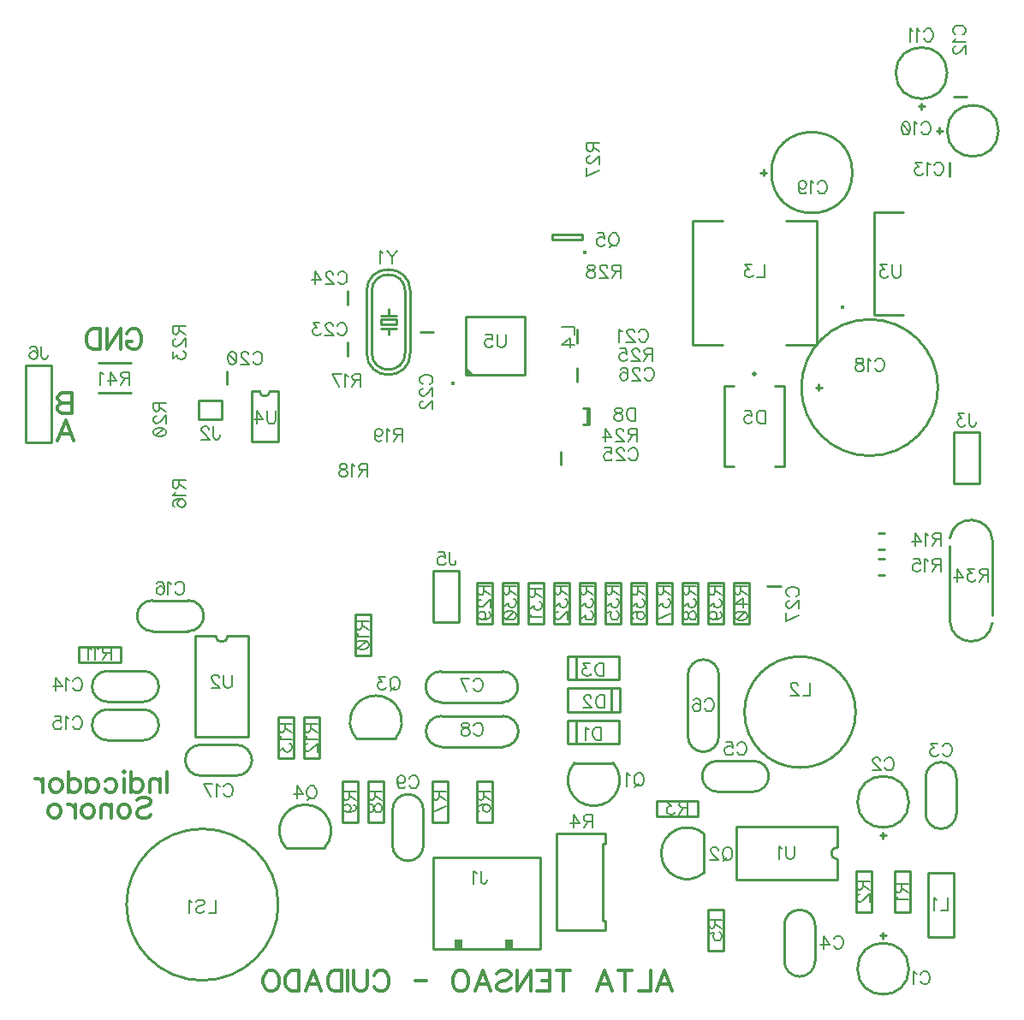
<source format=gbo>
G04 DipTrace 3.0.0.2*
G04 BottomSilkscreen.gbo*
%MOIN*%
G04 #@! TF.FileFunction,Legend,Bot*
G04 #@! TF.Part,Single*
%ADD10C,0.009843*%
%ADD22C,0.019677*%
%ADD40C,0.015404*%
%ADD45C,0.015399*%
%ADD49O,0.016542X0.016422*%
%ADD128C,0.00772*%
%ADD129C,0.012351*%
%FSLAX26Y26*%
G04*
G70*
G90*
G75*
G01*
G04 BotSilk*
%LPD*%
X3849950Y703006D2*
D10*
X3826310D1*
X3838130Y714825D2*
Y691211D1*
X3738130Y573095D2*
G02X3738130Y573095I100000J0D01*
G01*
X3826310Y1093243D2*
X3849950D1*
X3838130Y1081425D2*
Y1105038D1*
X3738130Y1223154D2*
G02X3738130Y1223154I100000J0D01*
G01*
X4003130Y1178185D2*
Y1318065D1*
X4123130Y1178185D2*
Y1318065D1*
X4003130D2*
G02X4123130Y1318065I60000J60D01*
G01*
Y1178185D2*
G02X4003130Y1178185I-60000J-60D01*
G01*
X3573130Y743063D2*
Y603183D1*
X3453130Y743063D2*
Y603183D1*
X3573130D2*
G02X3453130Y603183I-60000J-60D01*
G01*
Y743063D2*
G02X3573130Y743063I60000J60D01*
G01*
X3333070Y1263125D2*
X3193190D1*
X3333070Y1383125D2*
X3193190D1*
Y1263125D2*
G02X3193190Y1383125I-60J60000D01*
G01*
X3333070D2*
G02X3333070Y1263125I60J-60000D01*
G01*
X3198130Y1478245D2*
Y1718005D1*
X3078130Y1478245D2*
Y1718005D1*
G02X3198130Y1718005I60000J120D01*
G01*
Y1478245D2*
G02X3078130Y1478245I-60000J-120D01*
G01*
X2356435Y1731550D2*
X2116675D1*
X2356435Y1611550D2*
X2116675D1*
G02X2116675Y1731550I-120J60000D01*
G01*
X2356435D2*
G02X2356435Y1611550I120J-60000D01*
G01*
X2118250Y1438125D2*
X2358010D1*
X2118250Y1558125D2*
X2358010D1*
G02X2358010Y1438125I120J-60000D01*
G01*
X2118250D2*
G02X2118250Y1558125I-120J60000D01*
G01*
X1928130Y1053185D2*
Y1193065D1*
X2048130Y1053185D2*
Y1193065D1*
X1928130D2*
G02X2048130Y1193065I60000J60D01*
G01*
Y1053185D2*
G02X1928130Y1053185I-60000J-60D01*
G01*
X4057323Y3849025D2*
Y3825385D1*
X4045505Y3837205D2*
X4069118D1*
X4087269D2*
G02X4087269Y3837205I99965J0D01*
G01*
X3975385Y3932323D2*
X3999025D1*
X3987205Y3920505D2*
Y3944118D1*
X3887205Y4062234D2*
G02X3887205Y4062234I100000J0D01*
G01*
X4111634Y3970845D2*
X4162776D1*
X4095845Y3712776D2*
Y3661634D1*
X958070Y1613125D2*
X818190D1*
X958070Y1733125D2*
X818190D1*
Y1613125D2*
G02X818190Y1733125I-60J60000D01*
G01*
X958070D2*
G02X958070Y1613125I60J-60000D01*
G01*
Y1463125D2*
X818190D1*
X958070Y1583125D2*
X818190D1*
Y1463125D2*
G02X818190Y1583125I-60J60000D01*
G01*
X958070D2*
G02X958070Y1463125I60J-60000D01*
G01*
X1133070Y1888123D2*
X993190D1*
X1133070Y2008123D2*
X993190D1*
Y1888123D2*
G02X993190Y2008123I-60J60000D01*
G01*
X1133070D2*
G02X1133070Y1888123I60J-60000D01*
G01*
X1320570Y1325625D2*
X1180690D1*
X1320570Y1445625D2*
X1180690D1*
Y1325625D2*
G02X1180690Y1445625I-60J60000D01*
G01*
X1320570D2*
G02X1320570Y1325625I60J-60000D01*
G01*
X3519882Y2837205D2*
G02X3519882Y2837205I265748J0D01*
G01*
X3587222Y2849004D2*
Y2825406D1*
X3575423Y2837205D2*
X3599022D1*
X3718110Y3674705D2*
G02X3718110Y3674705I-157477J0D01*
G01*
X3371665Y3686515D2*
Y3662894D1*
X3359843Y3674705D2*
X3383452D1*
X1283345Y2900276D2*
Y2849134D1*
X2645845Y3062776D2*
Y3011634D1*
X2087776Y3053564D2*
X2036634D1*
X1753564Y2961634D2*
Y3012776D1*
Y3161634D2*
Y3212776D1*
X2583345Y2587776D2*
Y2536634D1*
X2645845Y2912776D2*
Y2861634D1*
X3438701Y2064484D2*
X3387559D1*
X2609902Y1541824D2*
Y1451273D1*
X2810846D1*
X2643286Y1541824D2*
Y1451273D1*
X2810846Y1541824D2*
Y1451273D1*
X2609902Y1541824D2*
X2810846D1*
X2812028Y1575093D2*
Y1665644D1*
X2611083D1*
X2778643Y1575093D2*
Y1665644D1*
X2611083Y1575093D2*
Y1665644D1*
X2812028Y1575093D2*
X2611083D1*
X2608720Y1790644D2*
Y1700093D1*
X2809665D1*
X2642105Y1790644D2*
Y1700093D1*
X2809665Y1790644D2*
Y1700093D1*
X2608720Y1790644D2*
X2809665D1*
X3416335Y2530610D2*
X3454331D1*
X3416335Y2843209D2*
X3454331D1*
X3258074Y2530610D2*
X3220079D1*
X3454331Y2843209D2*
Y2530610D1*
X3258074Y2843209D2*
X3220079D1*
D22*
X3337205Y2889665D3*
X3220079Y2843209D2*
D10*
Y2530610D1*
X2693866Y2756169D2*
X2670307D1*
X2693866Y2693240D2*
X2670307D1*
X2686452D2*
Y2756169D1*
X2693901Y2693240D2*
Y2756169D1*
X2504075Y651568D2*
X2086752D1*
Y1005899D1*
X2504075D1*
Y651568D1*
G36*
X2397616Y686293D2*
X2366233D1*
Y654793D1*
X2397616D1*
Y686293D1*
G37*
G36*
X2200890D2*
X2169465D1*
Y654793D1*
X2200890D1*
Y686293D1*
G37*
X1174715Y2712205D2*
D10*
X1262215D1*
Y2787205D1*
X1174715D1*
Y2712205D1*
X4112205Y2662205D2*
X4212205D1*
X4112205Y2462205D2*
Y2662205D1*
Y2462205D2*
X4212205D1*
Y2662205D1*
X2088130Y2123125D2*
X2188130D1*
X2088130Y1923125D2*
Y2123125D1*
Y1923125D2*
X2188130D1*
Y2123125D1*
X599705Y2924705D2*
X499705D1*
Y2624705D1*
X599705D2*
X499705D1*
X599705Y2924705D2*
Y2624705D1*
X4013130Y948243D2*
X4113130D1*
Y698003D2*
Y948243D1*
X4013130Y698003D2*
X4113130D1*
X4013130D2*
Y948243D1*
X3298169Y1573125D2*
G02X3298169Y1573125I216535J0D01*
G01*
X3579331Y3002169D2*
X3461222D1*
X3579331Y3486414D2*
X3461222D1*
X3579331D2*
Y3002169D1*
X3095079Y3486414D2*
Y3002169D1*
X3213188D1*
X3095079Y3486414D2*
X3213188D1*
X892461Y823123D2*
G02X892461Y823123I295276J0D01*
G01*
X2635935Y1374691D2*
G03X2787176Y1374691I75620J-66569D01*
G01*
X2635935D1*
X3141272Y1098744D2*
G03X3141272Y947503I-66569J-75620D01*
G01*
Y1098744D1*
X1938750Y1469981D2*
G03X1787509Y1469981I-75620J66569D01*
G01*
X1938750D1*
X1663750Y1044982D2*
G03X1512509Y1044982I-75620J66569D01*
G01*
X1663750D1*
D40*
X2675731Y3364622D3*
X2666530Y3414764D2*
D10*
X2548425D1*
Y3434449D1*
X2666530D1*
Y3414764D1*
X3883130Y953273D2*
X3943130D1*
X3883130Y792973D2*
Y953273D1*
Y792973D2*
X3943130D1*
Y953273D1*
X3733130D2*
X3793130D1*
X3733130Y792973D2*
Y953273D1*
Y792973D2*
X3793130D1*
Y953273D1*
X2956405Y1166549D2*
Y1226549D1*
X3116705Y1166549D2*
X2956405D1*
X3116705D2*
Y1226549D1*
X2956405D1*
X2757087Y725197D2*
X2568110D1*
X2757087Y1099213D2*
X2568110D1*
X2745276Y758671D2*
Y1061811D1*
X2757087Y725197D2*
Y758671D1*
X2745276D1*
Y1061811D2*
X2757087D1*
Y1099213D1*
X2568110Y725197D2*
Y1099213D1*
X3218130Y642973D2*
X3158130D1*
X3218130Y803273D2*
Y642973D1*
Y803273D2*
X3158130D1*
Y642973D1*
X2318130Y1142975D2*
X2258130D1*
X2318130Y1303275D2*
Y1142975D1*
Y1303275D2*
X2258130D1*
Y1142975D1*
X2143130D2*
X2083130D1*
X2143130Y1303275D2*
Y1142975D1*
Y1303275D2*
X2083130D1*
Y1142975D1*
X1833130Y1303275D2*
X1893130D1*
X1833130Y1142975D2*
Y1303275D1*
Y1142975D2*
X1893130D1*
Y1303275D1*
X1793130Y1142975D2*
X1733130D1*
X1793130Y1303275D2*
Y1142975D1*
Y1303275D2*
X1733130D1*
Y1142975D1*
X1843130Y1792975D2*
X1783130D1*
X1843130Y1953275D2*
Y1792975D1*
Y1953275D2*
X1783130D1*
Y1792975D1*
X707980Y1768125D2*
Y1828125D1*
X868280Y1768125D2*
X707980D1*
X868280D2*
Y1828125D1*
X707980D1*
X1643130Y1392975D2*
X1583130D1*
X1643130Y1553275D2*
Y1392975D1*
Y1553275D2*
X1583130D1*
Y1392975D1*
X1483130Y1553275D2*
X1543130D1*
X1483130Y1392975D2*
Y1553275D1*
Y1392975D2*
X1543130D1*
Y1553275D1*
X3820307Y2268669D2*
X3843866D1*
X3820307Y2205740D2*
X3843866D1*
X3820307Y2168669D2*
X3843866D1*
X3820307Y2105740D2*
X3843866D1*
X2258130Y2078275D2*
X2318130D1*
X2258130Y1917975D2*
Y2078275D1*
Y1917975D2*
X2318130D1*
Y2078275D1*
X2358130D2*
X2418130D1*
X2358130Y1917975D2*
Y2078275D1*
Y1917975D2*
X2418130D1*
Y2078275D1*
X2458130D2*
X2518130D1*
X2458130Y1917975D2*
Y2078275D1*
Y1917975D2*
X2518130D1*
Y2078275D1*
X2558130D2*
X2618130D1*
X2558130Y1917975D2*
Y2078275D1*
Y1917975D2*
X2618130D1*
Y2078275D1*
X2658130D2*
X2718130D1*
X2658130Y1917975D2*
Y2078275D1*
Y1917975D2*
X2718130D1*
Y2078275D1*
X4263386Y2242349D2*
Y1950965D1*
X4098031Y2218720D2*
Y1927336D1*
X4263386Y1919445D2*
G02X4098031Y1927336I-82278J12308D01*
G01*
Y2250240D2*
G02X4263386Y2242349I82278J-12308D01*
G01*
X2758130Y2078275D2*
X2818130D1*
X2758130Y1917975D2*
Y2078275D1*
Y1917975D2*
X2818130D1*
Y2078275D1*
X2858130D2*
X2918130D1*
X2858130Y1917975D2*
Y2078275D1*
Y1917975D2*
X2918130D1*
Y2078275D1*
X2958130D2*
X3018130D1*
X2958130Y1917975D2*
Y2078275D1*
Y1917975D2*
X3018130D1*
Y2078275D1*
X3058130D2*
X3118130D1*
X3058130Y1917975D2*
Y2078275D1*
Y1917975D2*
X3118130D1*
Y2078275D1*
X3158130D2*
X3218130D1*
X3158130Y1917975D2*
Y2078275D1*
Y1917975D2*
X3218130D1*
Y2078275D1*
X3258130D2*
X3318130D1*
X3258130Y1917975D2*
Y2078275D1*
Y1917975D2*
X3318130D1*
Y2078275D1*
X784512Y2815618D2*
X910370D1*
X784512Y2933791D2*
X910370D1*
X3659980Y1125490D2*
X3266280D1*
Y920757D2*
Y1125490D1*
X3659980Y920757D2*
X3266280D1*
X3659980D2*
Y999498D1*
Y1125490D2*
Y1046749D1*
Y999498D2*
G02X3659980Y1046749I4J23626D01*
G01*
X1160763Y1869975D2*
Y1476274D1*
X1365497D2*
X1160763D1*
X1365497Y1869975D2*
Y1476274D1*
Y1869975D2*
X1286756D1*
X1160763D2*
X1239504D1*
X1286756D2*
G02X1239504Y1869975I-23626J4D01*
G01*
X3803429Y3120289D2*
Y3521837D1*
Y3120289D2*
X3917608D1*
X3803429Y3521837D2*
X3917608D1*
D45*
X3680673Y3148771D3*
X1482094Y2823132D2*
D10*
Y2626278D1*
X1379717Y2823132D2*
Y2626278D1*
X1482094D2*
X1379717D1*
X1450600Y2823132D2*
X1482094D1*
X1411211D2*
X1379717D1*
X1450600D2*
G02X1411211Y2823132I-19694J9D01*
G01*
X2213397Y2885228D2*
X2441721D1*
Y3113591D1*
X2213397D1*
Y2885228D1*
D49*
X2161744Y2854112D3*
G36*
X2213397Y2885228D2*
Y2916720D1*
X2244890Y2885228D1*
X2213397D1*
G37*
X1997205Y3212212D2*
D10*
Y2972198D1*
X1827205Y3212212D2*
Y2972198D1*
X1977213Y3212212D2*
Y2972198D1*
X1847197D2*
Y3212212D1*
X1882200Y3102209D2*
Y3082201D1*
X1942210D1*
Y3102209D1*
X1882200D1*
Y3067195D2*
X1912205D1*
X1942210D1*
X1882200Y3117215D2*
X1912205D1*
X1942210D1*
X1912205Y3067195D2*
Y3042185D1*
Y3117215D2*
Y3142225D1*
X1827205Y3212212D2*
G02X1997205Y3212212I85000J-7D01*
G01*
Y2972198D2*
G02X1827205Y2972198I-85000J7D01*
G01*
X1847197Y3212212D2*
G02X1977213Y3212212I65008J-23D01*
G01*
Y2972198D2*
G02X1847197Y2972198I-65008J23D01*
G01*
X3983911Y551110D2*
D128*
X3986288Y555863D1*
X3991096Y560671D1*
X3995850Y563048D1*
X4005411D1*
X4010220Y560671D1*
X4014973Y555863D1*
X4017405Y551110D1*
X4019781Y543925D1*
Y531931D1*
X4017405Y524801D1*
X4014973Y519993D1*
X4010220Y515240D1*
X4005411Y512808D1*
X3995850D1*
X3991096Y515240D1*
X3986288Y519993D1*
X3983911Y524801D1*
X3968472Y553431D2*
X3963664Y555863D1*
X3956479Y562993D1*
Y512808D1*
X3844661Y1384404D2*
X3847038Y1389157D1*
X3851846Y1393965D1*
X3856599Y1396342D1*
X3866161D1*
X3870970Y1393965D1*
X3875723Y1389157D1*
X3878155Y1384404D1*
X3880531Y1377219D1*
Y1365225D1*
X3878155Y1358095D1*
X3875723Y1353287D1*
X3870970Y1348534D1*
X3866161Y1346102D1*
X3856599D1*
X3851846Y1348534D1*
X3847038Y1353287D1*
X3844661Y1358095D1*
X3826790Y1384348D2*
Y1386725D1*
X3824414Y1391533D1*
X3822037Y1393910D1*
X3817229Y1396287D1*
X3807667D1*
X3802914Y1393910D1*
X3800537Y1391533D1*
X3798105Y1386725D1*
Y1381972D1*
X3800537Y1377163D1*
X3805290Y1370034D1*
X3829222Y1346102D1*
X3795729D1*
X4069661Y1439410D2*
X4072038Y1444163D1*
X4076846Y1448971D1*
X4081599Y1451348D1*
X4091161D1*
X4095970Y1448971D1*
X4100723Y1444163D1*
X4103155Y1439410D1*
X4105531Y1432224D1*
Y1420231D1*
X4103155Y1413101D1*
X4100723Y1408293D1*
X4095970Y1403540D1*
X4091161Y1401108D1*
X4081599D1*
X4076846Y1403540D1*
X4072038Y1408293D1*
X4069661Y1413101D1*
X4049414Y1451292D2*
X4023161D1*
X4037475Y1432169D1*
X4030290D1*
X4025537Y1429793D1*
X4023161Y1427416D1*
X4020729Y1420231D1*
Y1415478D1*
X4023161Y1408293D1*
X4027914Y1403484D1*
X4035099Y1401108D1*
X4042284D1*
X4049414Y1403484D1*
X4051790Y1405916D1*
X4054222Y1410669D1*
X3645850Y689408D2*
X3648226Y694161D1*
X3653035Y698970D1*
X3657788Y701346D1*
X3667349D1*
X3672158Y698970D1*
X3676911Y694161D1*
X3679343Y689408D1*
X3681719Y682223D1*
Y670230D1*
X3679343Y663100D1*
X3676911Y658291D1*
X3672158Y653538D1*
X3667349Y651106D1*
X3657788D1*
X3653035Y653538D1*
X3648226Y658291D1*
X3645850Y663100D1*
X3606479Y651106D2*
Y701291D1*
X3630410Y667853D1*
X3594540D1*
X3269661Y1444410D2*
X3272038Y1449163D1*
X3276846Y1453971D1*
X3281599Y1456348D1*
X3291161D1*
X3295970Y1453971D1*
X3300723Y1449163D1*
X3303155Y1444410D1*
X3305531Y1437225D1*
Y1425231D1*
X3303155Y1418101D1*
X3300723Y1413293D1*
X3295970Y1408540D1*
X3291161Y1406108D1*
X3281599D1*
X3276846Y1408540D1*
X3272038Y1413293D1*
X3269661Y1418101D1*
X3225537Y1456293D2*
X3249414D1*
X3251790Y1434793D1*
X3249414Y1437169D1*
X3242229Y1439601D1*
X3235099D1*
X3227914Y1437169D1*
X3223105Y1432416D1*
X3220729Y1425231D1*
Y1420478D1*
X3223105Y1413293D1*
X3227914Y1408484D1*
X3235099Y1406108D1*
X3242229D1*
X3249414Y1408484D1*
X3251790Y1410916D1*
X3254222Y1415669D1*
X3143445Y1614410D2*
X3145822Y1619163D1*
X3150630Y1623971D1*
X3155384Y1626348D1*
X3164945D1*
X3169754Y1623971D1*
X3174507Y1619163D1*
X3176939Y1614410D1*
X3179315Y1607224D1*
Y1595231D1*
X3176939Y1588101D1*
X3174507Y1583293D1*
X3169754Y1578540D1*
X3164945Y1576108D1*
X3155384D1*
X3150630Y1578540D1*
X3145822Y1583293D1*
X3143445Y1588101D1*
X3099321Y1619163D2*
X3101698Y1623916D1*
X3108883Y1626292D1*
X3113636D1*
X3120821Y1623916D1*
X3125629Y1616731D1*
X3128006Y1604793D1*
Y1592854D1*
X3125629Y1583293D1*
X3120821Y1578484D1*
X3113636Y1576108D1*
X3111259D1*
X3104130Y1578484D1*
X3099321Y1583293D1*
X3096945Y1590478D1*
Y1592854D1*
X3099321Y1600039D1*
X3104130Y1604793D1*
X3111259Y1607169D1*
X3113636D1*
X3120821Y1604793D1*
X3125629Y1600039D1*
X3128006Y1592854D1*
X2243086Y1692835D2*
X2245463Y1697588D1*
X2250271Y1702396D1*
X2255025Y1704773D1*
X2264586D1*
X2269395Y1702396D1*
X2274148Y1697588D1*
X2276580Y1692835D1*
X2278956Y1685650D1*
Y1673656D1*
X2276580Y1666527D1*
X2274148Y1661718D1*
X2269395Y1656965D1*
X2264586Y1654533D1*
X2255025D1*
X2250271Y1656965D1*
X2245463Y1661718D1*
X2243086Y1666527D1*
X2218086Y1654533D2*
X2194154Y1704718D1*
X2227647D1*
X2244634Y1519410D2*
X2247010Y1524163D1*
X2251819Y1528971D1*
X2256572Y1531348D1*
X2266133D1*
X2270942Y1528971D1*
X2275695Y1524163D1*
X2278127Y1519410D1*
X2280504Y1512225D1*
Y1500231D1*
X2278127Y1493101D1*
X2275695Y1488293D1*
X2270942Y1483540D1*
X2266133Y1481108D1*
X2256572D1*
X2251819Y1483540D1*
X2247010Y1488293D1*
X2244634Y1493101D1*
X2217256Y1531293D2*
X2224386Y1528916D1*
X2226818Y1524163D1*
Y1519354D1*
X2224386Y1514601D1*
X2219633Y1512169D1*
X2210071Y1509793D1*
X2202886Y1507416D1*
X2198133Y1502608D1*
X2195756Y1497855D1*
Y1490669D1*
X2198133Y1485916D1*
X2200509Y1483484D1*
X2207695Y1481108D1*
X2217256D1*
X2224386Y1483484D1*
X2226818Y1485916D1*
X2229194Y1490669D1*
Y1497855D1*
X2226818Y1502608D1*
X2222009Y1507416D1*
X2214880Y1509793D1*
X2205318Y1512169D1*
X2200509Y1514601D1*
X2198133Y1519354D1*
Y1524163D1*
X2200509Y1528916D1*
X2207695Y1531293D1*
X2217256D1*
X1993473Y1314410D2*
X1995850Y1319163D1*
X2000658Y1323971D1*
X2005411Y1326348D1*
X2014973D1*
X2019781Y1323971D1*
X2024534Y1319163D1*
X2026966Y1314410D1*
X2029343Y1307224D1*
Y1295231D1*
X2026966Y1288101D1*
X2024534Y1283293D1*
X2019781Y1278540D1*
X2014973Y1276108D1*
X2005411D1*
X2000658Y1278540D1*
X1995850Y1283293D1*
X1993473Y1288101D1*
X1946917Y1309601D2*
X1949349Y1302416D1*
X1954102Y1297608D1*
X1961287Y1295231D1*
X1963664D1*
X1970849Y1297608D1*
X1975602Y1302416D1*
X1978034Y1309601D1*
Y1311978D1*
X1975602Y1319163D1*
X1970849Y1323916D1*
X1963664Y1326292D1*
X1961287D1*
X1954102Y1323916D1*
X1949349Y1319163D1*
X1946917Y1309601D1*
Y1297608D1*
X1949349Y1285669D1*
X1954102Y1278484D1*
X1961287Y1276108D1*
X1966040D1*
X1973225Y1278484D1*
X1975602Y1283293D1*
X3986599Y3860990D2*
X3988976Y3865743D1*
X3993784Y3870551D1*
X3998538Y3872928D1*
X4008099D1*
X4012908Y3870551D1*
X4017661Y3865743D1*
X4020093Y3860990D1*
X4022469Y3853805D1*
Y3841811D1*
X4020093Y3834681D1*
X4017661Y3829873D1*
X4012908Y3825120D1*
X4008099Y3822688D1*
X3998538D1*
X3993784Y3825120D1*
X3988976Y3829873D1*
X3986599Y3834681D1*
X3971160Y3863311D2*
X3966352Y3865743D1*
X3959167Y3872873D1*
Y3822688D1*
X3929357Y3872873D2*
X3936542Y3870496D1*
X3941351Y3863311D1*
X3943727Y3851373D1*
Y3844188D1*
X3941351Y3832249D1*
X3936542Y3825064D1*
X3929357Y3822688D1*
X3924604D1*
X3917419Y3825064D1*
X3912666Y3832249D1*
X3910234Y3844188D1*
Y3851373D1*
X3912666Y3863311D1*
X3917419Y3870496D1*
X3924604Y3872873D1*
X3929357D1*
X3912666Y3863311D2*
X3941351Y3832249D1*
X3996702Y4223484D2*
X3999079Y4228237D1*
X4003888Y4233045D1*
X4008641Y4235422D1*
X4018202D1*
X4023011Y4233045D1*
X4027764Y4228237D1*
X4030196Y4223484D1*
X4032572Y4216299D1*
Y4204305D1*
X4030196Y4197175D1*
X4027764Y4192367D1*
X4023011Y4187614D1*
X4018202Y4185182D1*
X4008641D1*
X4003888Y4187614D1*
X3999079Y4192367D1*
X3996702Y4197175D1*
X3981263Y4225805D2*
X3976455Y4228237D1*
X3969270Y4235367D1*
Y4185182D1*
X3953831Y4225805D2*
X3949022Y4228237D1*
X3941837Y4235367D1*
Y4185182D1*
X4121392Y4211970D2*
X4116639Y4214346D1*
X4111831Y4219155D1*
X4109454Y4223908D1*
Y4233469D1*
X4111831Y4238278D1*
X4116639Y4243031D1*
X4121392Y4245463D1*
X4128577Y4247839D1*
X4140571D1*
X4147701Y4245463D1*
X4152509Y4243031D1*
X4157262Y4238278D1*
X4159694Y4233469D1*
Y4223908D1*
X4157262Y4219155D1*
X4152509Y4214346D1*
X4147701Y4211969D1*
X4119071Y4196530D2*
X4116639Y4191722D1*
X4109509Y4184537D1*
X4159694D1*
X4121448Y4166666D2*
X4119071D1*
X4114263Y4164289D1*
X4111886Y4161913D1*
X4109509Y4157104D1*
Y4147543D1*
X4111886Y4142789D1*
X4114263Y4140413D1*
X4119071Y4137981D1*
X4123824D1*
X4128633Y4140413D1*
X4135762Y4145166D1*
X4159694Y4169098D1*
Y4135604D1*
X4036969Y3703017D2*
X4039346Y3707770D1*
X4044155Y3712579D1*
X4048908Y3714955D1*
X4058469D1*
X4063278Y3712579D1*
X4068031Y3707770D1*
X4070463Y3703017D1*
X4072839Y3695832D1*
Y3683839D1*
X4070463Y3676709D1*
X4068031Y3671900D1*
X4063278Y3667147D1*
X4058469Y3664715D1*
X4048908D1*
X4044155Y3667147D1*
X4039346Y3671900D1*
X4036969Y3676709D1*
X4021530Y3705338D2*
X4016722Y3707770D1*
X4009537Y3714900D1*
Y3664715D1*
X3989289Y3714900D2*
X3963036D1*
X3977351Y3695777D1*
X3970166D1*
X3965413Y3693400D1*
X3963036Y3691024D1*
X3960604Y3683839D1*
Y3679085D1*
X3963036Y3671900D1*
X3967789Y3667092D1*
X3974974Y3664715D1*
X3982159D1*
X3989289Y3667092D1*
X3991666Y3669524D1*
X3994097Y3674277D1*
X684566Y1694410D2*
X686943Y1699163D1*
X691751Y1703971D1*
X696504Y1706348D1*
X706066D1*
X710874Y1703971D1*
X715627Y1699163D1*
X718059Y1694410D1*
X720436Y1687225D1*
Y1675231D1*
X718059Y1668101D1*
X715627Y1663293D1*
X710874Y1658540D1*
X706066Y1656108D1*
X696504D1*
X691751Y1658540D1*
X686943Y1663293D1*
X684566Y1668101D1*
X669127Y1696731D2*
X664318Y1699163D1*
X657133Y1706293D1*
Y1656108D1*
X617762D2*
Y1706293D1*
X641694Y1672854D1*
X605824D1*
X683378Y1544410D2*
X685754Y1549163D1*
X690563Y1553971D1*
X695316Y1556348D1*
X704877D1*
X709686Y1553971D1*
X714439Y1549163D1*
X716871Y1544410D1*
X719248Y1537225D1*
Y1525231D1*
X716871Y1518101D1*
X714439Y1513293D1*
X709686Y1508540D1*
X704877Y1506108D1*
X695316D1*
X690563Y1508540D1*
X685754Y1513293D1*
X683378Y1518101D1*
X667938Y1546731D2*
X663130Y1549163D1*
X655945Y1556293D1*
Y1506108D1*
X611821Y1556293D2*
X635697D1*
X638074Y1534793D1*
X635697Y1537169D1*
X628512Y1539601D1*
X621382D1*
X614197Y1537169D1*
X609389Y1532416D1*
X607012Y1525231D1*
Y1520478D1*
X609389Y1513293D1*
X614197Y1508484D1*
X621382Y1506108D1*
X628512D1*
X635697Y1508484D1*
X638074Y1510916D1*
X640506Y1515669D1*
X1082162Y2069408D2*
X1084538Y2074161D1*
X1089347Y2078970D1*
X1094100Y2081346D1*
X1103662D1*
X1108470Y2078970D1*
X1113223Y2074161D1*
X1115655Y2069408D1*
X1118032Y2062223D1*
Y2050230D1*
X1115655Y2043100D1*
X1113223Y2038291D1*
X1108470Y2033538D1*
X1103662Y2031106D1*
X1094100D1*
X1089347Y2033538D1*
X1084538Y2038291D1*
X1082162Y2043100D1*
X1066722Y2071730D2*
X1061914Y2074161D1*
X1054729Y2081291D1*
Y2031106D1*
X1010605Y2074161D2*
X1012981Y2078915D1*
X1020166Y2081291D1*
X1024920D1*
X1032105Y2078915D1*
X1036913Y2071730D1*
X1039290Y2059791D1*
Y2047853D1*
X1036913Y2038291D1*
X1032105Y2033483D1*
X1024920Y2031106D1*
X1022543D1*
X1015413Y2033483D1*
X1010605Y2038291D1*
X1008228Y2045477D1*
Y2047853D1*
X1010605Y2055038D1*
X1015413Y2059791D1*
X1022543Y2062168D1*
X1024920D1*
X1032105Y2059791D1*
X1036913Y2055038D1*
X1039290Y2047853D1*
X1270878Y1281910D2*
X1273254Y1286663D1*
X1278063Y1291471D1*
X1282816Y1293848D1*
X1292377D1*
X1297186Y1291471D1*
X1301939Y1286663D1*
X1304371Y1281910D1*
X1306748Y1274725D1*
Y1262731D1*
X1304371Y1255601D1*
X1301939Y1250793D1*
X1297186Y1246040D1*
X1292377Y1243608D1*
X1282816D1*
X1278063Y1246040D1*
X1273254Y1250793D1*
X1270878Y1255601D1*
X1255438Y1284231D2*
X1250630Y1286663D1*
X1243445Y1293793D1*
Y1243608D1*
X1218444D2*
X1194512Y1293793D1*
X1228006D1*
X3805850Y2939238D2*
X3808227Y2943991D1*
X3813035Y2948799D1*
X3817788Y2951176D1*
X3827350D1*
X3832158Y2948799D1*
X3836911Y2943991D1*
X3839343Y2939238D1*
X3841720Y2932053D1*
Y2920059D1*
X3839343Y2912929D1*
X3836911Y2908121D1*
X3832158Y2903368D1*
X3827350Y2900936D1*
X3817788D1*
X3813035Y2903368D1*
X3808227Y2908121D1*
X3805850Y2912929D1*
X3790411Y2941559D2*
X3785602Y2943991D1*
X3778417Y2951121D1*
Y2900936D1*
X3751040Y2951121D2*
X3758170Y2948744D1*
X3760601Y2943991D1*
Y2939182D1*
X3758170Y2934429D1*
X3753416Y2931997D1*
X3743855Y2929621D1*
X3736670Y2927244D1*
X3731917Y2922436D1*
X3729540Y2917682D1*
Y2910497D1*
X3731917Y2905744D1*
X3734293Y2903312D1*
X3741478Y2900936D1*
X3751040D1*
X3758170Y2903312D1*
X3760601Y2905744D1*
X3762978Y2910497D1*
Y2917682D1*
X3760601Y2922436D1*
X3755793Y2927244D1*
X3748663Y2929621D1*
X3739102Y2931997D1*
X3734293Y2934429D1*
X3731917Y2939182D1*
Y2943991D1*
X3734293Y2948744D1*
X3741478Y2951121D1*
X3751040D1*
X3583036Y3630966D2*
X3585412Y3635719D1*
X3590221Y3640528D1*
X3594974Y3642904D1*
X3604536D1*
X3609344Y3640528D1*
X3614097Y3635719D1*
X3616529Y3630966D1*
X3618906Y3623781D1*
Y3611788D1*
X3616529Y3604658D1*
X3614097Y3599849D1*
X3609344Y3595096D1*
X3604536Y3592664D1*
X3594974D1*
X3590221Y3595096D1*
X3585412Y3599849D1*
X3583036Y3604658D1*
X3567597Y3633287D2*
X3562788Y3635719D1*
X3555603Y3642849D1*
Y3592664D1*
X3509047Y3626158D2*
X3511479Y3618973D1*
X3516232Y3614164D1*
X3523417Y3611788D1*
X3525794D1*
X3532979Y3614164D1*
X3537732Y3618973D1*
X3540164Y3626158D1*
Y3628534D1*
X3537732Y3635719D1*
X3532979Y3640473D1*
X3525794Y3642849D1*
X3523417D1*
X3516232Y3640473D1*
X3511479Y3635719D1*
X3509047Y3626158D1*
Y3614164D1*
X3511479Y3602226D1*
X3516232Y3595041D1*
X3523417Y3592664D1*
X3528170D1*
X3535355Y3595041D1*
X3537732Y3599849D1*
X1385219Y2965517D2*
X1387596Y2970270D1*
X1392404Y2975079D1*
X1397158Y2977455D1*
X1406719D1*
X1411528Y2975079D1*
X1416281Y2970270D1*
X1418713Y2965517D1*
X1421089Y2958332D1*
Y2946339D1*
X1418713Y2939209D1*
X1416281Y2934400D1*
X1411528Y2929647D1*
X1406719Y2927215D1*
X1397158D1*
X1392404Y2929647D1*
X1387596Y2934400D1*
X1385219Y2939209D1*
X1367348Y2965462D2*
Y2967838D1*
X1364972Y2972647D1*
X1362595Y2975024D1*
X1357787Y2977400D1*
X1348225D1*
X1343472Y2975024D1*
X1341095Y2972647D1*
X1338663Y2967838D1*
Y2963085D1*
X1341095Y2958277D1*
X1345848Y2951147D1*
X1369780Y2927215D1*
X1336287D1*
X1306477Y2977400D2*
X1313663Y2975024D1*
X1318471Y2967838D1*
X1320848Y2955900D1*
Y2948715D1*
X1318471Y2936777D1*
X1313663Y2929592D1*
X1306477Y2927215D1*
X1301724D1*
X1294539Y2929592D1*
X1289786Y2936777D1*
X1287354Y2948715D1*
Y2955900D1*
X1289786Y2967838D1*
X1294539Y2975024D1*
X1301724Y2977400D1*
X1306477D1*
X1289786Y2967838D2*
X1318471Y2936777D1*
X2886969Y3053017D2*
X2889346Y3057770D1*
X2894155Y3062579D1*
X2898908Y3064955D1*
X2908469D1*
X2913278Y3062579D1*
X2918031Y3057770D1*
X2920463Y3053017D1*
X2922839Y3045832D1*
Y3033839D1*
X2920463Y3026709D1*
X2918031Y3021900D1*
X2913278Y3017147D1*
X2908469Y3014715D1*
X2898908D1*
X2894155Y3017147D1*
X2889346Y3021900D1*
X2886969Y3026709D1*
X2869098Y3052962D2*
Y3055338D1*
X2866722Y3060147D1*
X2864345Y3062524D1*
X2859537Y3064900D1*
X2849975D1*
X2845222Y3062524D1*
X2842845Y3060147D1*
X2840413Y3055338D1*
Y3050585D1*
X2842845Y3045777D1*
X2847599Y3038647D1*
X2871530Y3014715D1*
X2838037D1*
X2822598Y3055338D2*
X2817789Y3057770D1*
X2810604Y3064900D1*
Y3014715D1*
X2046392Y2851185D2*
X2041639Y2853562D1*
X2036831Y2858370D1*
X2034454Y2863124D1*
Y2872685D1*
X2036831Y2877494D1*
X2041639Y2882247D1*
X2046392Y2884679D1*
X2053577Y2887055D1*
X2065571D1*
X2072701Y2884679D1*
X2077509Y2882247D1*
X2082262Y2877494D1*
X2084694Y2872685D1*
Y2863124D1*
X2082262Y2858370D1*
X2077509Y2853562D1*
X2072701Y2851185D1*
X2046448Y2833314D2*
X2044071D1*
X2039263Y2830938D1*
X2036886Y2828561D1*
X2034509Y2823753D1*
Y2814191D1*
X2036886Y2809438D1*
X2039263Y2807061D1*
X2044071Y2804629D1*
X2048824D1*
X2053633Y2807061D1*
X2060762Y2811814D1*
X2084694Y2835746D1*
Y2802253D1*
X2046448Y2784382D2*
X2044071D1*
X2039263Y2782005D1*
X2036886Y2779629D1*
X2034509Y2774820D1*
Y2765258D1*
X2036886Y2760505D1*
X2039263Y2758129D1*
X2044071Y2755697D1*
X2048824D1*
X2053633Y2758129D1*
X2060762Y2762882D1*
X2084694Y2786813D1*
Y2753320D1*
X1713685Y3078017D2*
X1716062Y3082770D1*
X1720870Y3087579D1*
X1725624Y3089955D1*
X1735185D1*
X1739994Y3087579D1*
X1744747Y3082770D1*
X1747179Y3078017D1*
X1749555Y3070832D1*
Y3058839D1*
X1747179Y3051709D1*
X1744747Y3046900D1*
X1739994Y3042147D1*
X1735185Y3039715D1*
X1725624D1*
X1720870Y3042147D1*
X1716062Y3046900D1*
X1713685Y3051709D1*
X1695814Y3077962D2*
Y3080338D1*
X1693438Y3085147D1*
X1691061Y3087524D1*
X1686253Y3089900D1*
X1676691D1*
X1671938Y3087524D1*
X1669561Y3085147D1*
X1667129Y3080338D1*
Y3075585D1*
X1669561Y3070777D1*
X1674314Y3063647D1*
X1698246Y3039715D1*
X1664753D1*
X1644505Y3089900D2*
X1618252D1*
X1632567Y3070777D1*
X1625382D1*
X1620629Y3068400D1*
X1618252Y3066024D1*
X1615820Y3058839D1*
Y3054085D1*
X1618252Y3046900D1*
X1623005Y3042092D1*
X1630190Y3039715D1*
X1637375D1*
X1644505Y3042092D1*
X1646882Y3044524D1*
X1649313Y3049277D1*
X1714874Y3278017D2*
X1717250Y3282770D1*
X1722059Y3287579D1*
X1726812Y3289955D1*
X1736373D1*
X1741182Y3287579D1*
X1745935Y3282770D1*
X1748367Y3278017D1*
X1750744Y3270832D1*
Y3258839D1*
X1748367Y3251709D1*
X1745935Y3246900D1*
X1741182Y3242147D1*
X1736373Y3239715D1*
X1726812D1*
X1722059Y3242147D1*
X1717250Y3246900D1*
X1714874Y3251709D1*
X1697002Y3277962D2*
Y3280338D1*
X1694626Y3285147D1*
X1692249Y3287524D1*
X1687441Y3289900D1*
X1677879D1*
X1673126Y3287524D1*
X1670749Y3285147D1*
X1668318Y3280338D1*
Y3275585D1*
X1670749Y3270777D1*
X1675503Y3263647D1*
X1699434Y3239715D1*
X1665941D1*
X1626570D2*
Y3289900D1*
X1650502Y3256462D1*
X1614632D1*
X2847719Y2590517D2*
X2850096Y2595270D1*
X2854904Y2600079D1*
X2859658Y2602455D1*
X2869219D1*
X2874028Y2600079D1*
X2878781Y2595270D1*
X2881213Y2590517D1*
X2883589Y2583332D1*
Y2571339D1*
X2881213Y2564209D1*
X2878781Y2559400D1*
X2874028Y2554647D1*
X2869219Y2552215D1*
X2859658D1*
X2854904Y2554647D1*
X2850096Y2559400D1*
X2847719Y2564209D1*
X2829848Y2590462D2*
Y2592838D1*
X2827472Y2597647D1*
X2825095Y2600024D1*
X2820287Y2602400D1*
X2810725D1*
X2805972Y2600024D1*
X2803595Y2597647D1*
X2801163Y2592838D1*
Y2588085D1*
X2803595Y2583277D1*
X2808348Y2576147D1*
X2832280Y2552215D1*
X2798787D1*
X2754663Y2602400D2*
X2778539D1*
X2780916Y2580900D1*
X2778539Y2583277D1*
X2771354Y2585709D1*
X2764224D1*
X2757039Y2583277D1*
X2752231Y2578524D1*
X2749854Y2571339D1*
Y2566585D1*
X2752231Y2559400D1*
X2757039Y2554592D1*
X2764224Y2552215D1*
X2771354D1*
X2778539Y2554592D1*
X2780916Y2557024D1*
X2783348Y2561777D1*
X2909003Y2903017D2*
X2911380Y2907770D1*
X2916189Y2912579D1*
X2920942Y2914955D1*
X2930503D1*
X2935312Y2912579D1*
X2940065Y2907770D1*
X2942497Y2903017D1*
X2944873Y2895832D1*
Y2883839D1*
X2942497Y2876709D1*
X2940065Y2871900D1*
X2935312Y2867147D1*
X2930503Y2864715D1*
X2920942D1*
X2916189Y2867147D1*
X2911380Y2871900D1*
X2909003Y2876709D1*
X2891132Y2902962D2*
Y2905338D1*
X2888756Y2910147D1*
X2886379Y2912524D1*
X2881571Y2914900D1*
X2872009D1*
X2867256Y2912524D1*
X2864879Y2910147D1*
X2862447Y2905338D1*
Y2900585D1*
X2864879Y2895777D1*
X2869633Y2888647D1*
X2893564Y2864715D1*
X2860071D1*
X2815947Y2907770D2*
X2818323Y2912524D1*
X2825508Y2914900D1*
X2830262D1*
X2837447Y2912524D1*
X2842255Y2905338D1*
X2844632Y2893400D1*
Y2881462D1*
X2842255Y2871900D1*
X2837447Y2867092D1*
X2830262Y2864715D1*
X2827885D1*
X2820755Y2867092D1*
X2815947Y2871900D1*
X2813570Y2879085D1*
Y2881462D1*
X2815947Y2888647D1*
X2820755Y2893400D1*
X2827885Y2895777D1*
X2830262D1*
X2837447Y2893400D1*
X2842255Y2888647D1*
X2844632Y2881462D1*
X3472318Y2024605D2*
X3467564Y2026982D1*
X3462756Y2031790D1*
X3460379Y2036543D1*
Y2046105D1*
X3462756Y2050914D1*
X3467564Y2055667D1*
X3472318Y2058099D1*
X3479503Y2060475D1*
X3491496D1*
X3498626Y2058099D1*
X3503434Y2055667D1*
X3508187Y2050914D1*
X3510619Y2046105D1*
Y2036543D1*
X3508187Y2031790D1*
X3503434Y2026982D1*
X3498626Y2024605D1*
X3472373Y2006734D2*
X3469996D1*
X3465188Y2004358D1*
X3462811Y2001981D1*
X3460435Y1997173D1*
Y1987611D1*
X3462811Y1982858D1*
X3465188Y1980481D1*
X3469996Y1978049D1*
X3474749D1*
X3479558Y1980481D1*
X3486688Y1985234D1*
X3510619Y2009166D1*
Y1975673D1*
Y1950672D2*
X3460435Y1926740D1*
Y1960234D1*
X2740837Y1515047D2*
Y1464807D1*
X2724090D1*
X2716905Y1467239D1*
X2712097Y1471992D1*
X2709720Y1476801D1*
X2707344Y1483930D1*
Y1495924D1*
X2709720Y1503109D1*
X2712097Y1507862D1*
X2716905Y1512671D1*
X2724090Y1515047D1*
X2740837D1*
X2691904Y1505430D2*
X2687096Y1507862D1*
X2679911Y1514992D1*
Y1464807D1*
X2752768Y1638867D2*
Y1588627D1*
X2736021D1*
X2728836Y1591059D1*
X2724028Y1595812D1*
X2721651Y1600621D1*
X2719275Y1607751D1*
Y1619744D1*
X2721651Y1626929D1*
X2724028Y1631682D1*
X2728836Y1636491D1*
X2736021Y1638867D1*
X2752768D1*
X2701404Y1626874D2*
Y1629251D1*
X2699027Y1634059D1*
X2696650Y1636436D1*
X2691842Y1638812D1*
X2682280D1*
X2677527Y1636436D1*
X2675151Y1634059D1*
X2672719Y1629251D1*
Y1624497D1*
X2675151Y1619689D1*
X2679904Y1612559D1*
X2703835Y1588627D1*
X2670342D1*
X2750406Y1763867D2*
Y1713627D1*
X2733659D1*
X2726474Y1716059D1*
X2721666Y1720812D1*
X2719289Y1725621D1*
X2716913Y1732751D1*
Y1744744D1*
X2719289Y1751929D1*
X2721666Y1756682D1*
X2726474Y1761491D1*
X2733659Y1763867D1*
X2750406D1*
X2696665Y1763812D2*
X2670412D1*
X2684727Y1744689D1*
X2677542D1*
X2672788Y1742312D1*
X2670412Y1739936D1*
X2667980Y1732751D1*
Y1727998D1*
X2670412Y1720812D1*
X2675165Y1716004D1*
X2682350Y1713627D1*
X2689535D1*
X2696665Y1716004D1*
X2699041Y1718436D1*
X2701473Y1723189D1*
X3378418Y2747731D2*
Y2697491D1*
X3361671D1*
X3354486Y2699923D1*
X3349678Y2704676D1*
X3347301Y2709484D1*
X3344924Y2716614D1*
Y2728608D1*
X3347301Y2735793D1*
X3349678Y2740546D1*
X3354486Y2745354D1*
X3361671Y2747731D1*
X3378418D1*
X3300800Y2747676D2*
X3324677D1*
X3327053Y2726176D1*
X3324677Y2728552D1*
X3317492Y2730984D1*
X3310362D1*
X3303177Y2728552D1*
X3298368Y2723799D1*
X3295992Y2716614D1*
Y2711861D1*
X3298368Y2704676D1*
X3303177Y2699868D1*
X3310362Y2697491D1*
X3317492D1*
X3324677Y2699868D1*
X3327053Y2702299D1*
X3329485Y2707053D1*
X2873272Y2758361D2*
Y2708121D1*
X2856525D1*
X2849340Y2710553D1*
X2844532Y2715306D1*
X2842155Y2720114D1*
X2839779Y2727244D1*
Y2739238D1*
X2842155Y2746423D1*
X2844532Y2751176D1*
X2849340Y2755984D1*
X2856525Y2758361D1*
X2873272D1*
X2812401Y2758306D2*
X2819531Y2755929D1*
X2821963Y2751176D1*
Y2746367D1*
X2819531Y2741614D1*
X2814778Y2739182D1*
X2805216Y2736806D1*
X2798031Y2734429D1*
X2793278Y2729621D1*
X2790901Y2724868D1*
Y2717682D1*
X2793278Y2712929D1*
X2795654Y2710497D1*
X2802840Y2708121D1*
X2812401D1*
X2819531Y2710497D1*
X2821963Y2712929D1*
X2824339Y2717682D1*
Y2724868D1*
X2821963Y2729621D1*
X2817154Y2734429D1*
X2810025Y2736806D1*
X2800463Y2739182D1*
X2795654Y2741614D1*
X2793278Y2746367D1*
Y2751176D1*
X2795654Y2755929D1*
X2802840Y2758306D1*
X2812401D1*
X2272164Y954122D2*
Y915876D1*
X2274540Y908690D1*
X2276972Y906314D1*
X2281726Y903882D1*
X2286534D1*
X2291287Y906314D1*
X2293664Y908690D1*
X2296096Y915876D1*
Y920629D1*
X2256725Y944505D2*
X2251916Y946937D1*
X2244731Y954067D1*
Y903882D1*
X1230965Y2685428D2*
Y2647181D1*
X1233342Y2639996D1*
X1235773Y2637620D1*
X1240527Y2635188D1*
X1245335D1*
X1250088Y2637620D1*
X1252465Y2639996D1*
X1254897Y2647181D1*
Y2651934D1*
X1213094Y2673434D2*
Y2675811D1*
X1210717Y2680619D1*
X1208341Y2682996D1*
X1203532Y2685373D1*
X1193971D1*
X1189217Y2682996D1*
X1186841Y2680619D1*
X1184409Y2675811D1*
Y2671058D1*
X1186841Y2666249D1*
X1191594Y2659120D1*
X1215526Y2635188D1*
X1182032D1*
X4174705Y2735428D2*
Y2697181D1*
X4177082Y2689996D1*
X4179514Y2687620D1*
X4184267Y2685188D1*
X4189075D1*
X4193828Y2687620D1*
X4196205Y2689996D1*
X4198637Y2697181D1*
Y2701934D1*
X4154457Y2735373D2*
X4128204D1*
X4142519Y2716249D1*
X4135334D1*
X4130581Y2713873D1*
X4128204Y2711496D1*
X4125773Y2704311D1*
Y2699558D1*
X4128204Y2692373D1*
X4132958Y2687564D1*
X4140143Y2685188D1*
X4147328D1*
X4154457Y2687564D1*
X4156834Y2689996D1*
X4159266Y2694749D1*
X2150630Y2196348D2*
Y2158101D1*
X2153007Y2150916D1*
X2155439Y2148540D1*
X2160192Y2146108D1*
X2165000D1*
X2169754Y2148540D1*
X2172130Y2150916D1*
X2174562Y2158101D1*
Y2162854D1*
X2106506Y2196292D2*
X2130383D1*
X2132759Y2174793D1*
X2130383Y2177169D1*
X2123198Y2179601D1*
X2116068D1*
X2108883Y2177169D1*
X2104074Y2172416D1*
X2101698Y2165231D1*
Y2160478D1*
X2104074Y2153293D1*
X2108883Y2148484D1*
X2116068Y2146108D1*
X2123198D1*
X2130383Y2148484D1*
X2132759Y2150916D1*
X2135191Y2155669D1*
X560989Y2997928D2*
Y2959681D1*
X563366Y2952496D1*
X565798Y2950120D1*
X570551Y2947688D1*
X575359D1*
X580112Y2950120D1*
X582489Y2952496D1*
X584921Y2959681D1*
Y2964434D1*
X516865Y2990743D2*
X519242Y2995496D1*
X526427Y2997873D1*
X531180D1*
X538365Y2995496D1*
X543173Y2988311D1*
X545550Y2976373D1*
Y2964434D1*
X543173Y2954873D1*
X538365Y2950064D1*
X531180Y2947688D1*
X528803D1*
X521674Y2950064D1*
X516865Y2954873D1*
X514489Y2962058D1*
Y2964434D1*
X516865Y2971620D1*
X521674Y2976373D1*
X528803Y2978749D1*
X531180D1*
X538365Y2976373D1*
X543173Y2971620D1*
X545550Y2964434D1*
X4091189Y851346D2*
Y801106D1*
X4062504D1*
X4047065Y841730D2*
X4042256Y844161D1*
X4035071Y851291D1*
Y801106D1*
X3553513Y1687883D2*
Y1637643D1*
X3524829D1*
X3506957Y1675890D2*
Y1678266D1*
X3504581Y1683075D1*
X3502204Y1685451D1*
X3497396Y1687828D1*
X3487834D1*
X3483081Y1685451D1*
X3480704Y1683075D1*
X3478273Y1678266D1*
Y1673513D1*
X3480704Y1668705D1*
X3485458Y1661575D1*
X3509389Y1637643D1*
X3475896D1*
X3376013Y3316727D2*
Y3266487D1*
X3347329D1*
X3327081Y3316672D2*
X3300828D1*
X3315143Y3297548D1*
X3307958D1*
X3303204Y3295172D1*
X3300828Y3292795D1*
X3298396Y3285610D1*
Y3280857D1*
X3300828Y3273672D1*
X3305581Y3268864D1*
X3312766Y3266487D1*
X3319951D1*
X3327081Y3268864D1*
X3329457Y3271295D1*
X3331889Y3276049D1*
X2585438Y3073166D2*
X2635678D1*
Y3044481D1*
Y3005111D2*
X2585494D1*
X2618932Y3029042D1*
Y2993172D1*
X1240261Y841622D2*
Y791382D1*
X1211576D1*
X1162644Y834437D2*
X1167397Y839245D1*
X1174582Y841622D1*
X1184144D1*
X1191329Y839245D1*
X1196137Y834437D1*
Y829684D1*
X1193705Y824875D1*
X1191329Y822499D1*
X1186576Y820122D1*
X1172205Y815314D1*
X1167397Y812937D1*
X1165020Y810505D1*
X1162644Y805752D1*
Y798567D1*
X1167397Y793814D1*
X1174582Y791382D1*
X1184144D1*
X1191329Y793814D1*
X1196137Y798567D1*
X1147205Y832005D2*
X1142396Y834437D1*
X1135211Y841567D1*
Y791382D1*
X2892552Y1335414D2*
X2897305Y1333093D1*
X2902114Y1328284D1*
X2904491Y1323476D1*
X2906922Y1316291D1*
Y1304353D1*
X2904491Y1297168D1*
X2902114Y1292414D1*
X2897305Y1287606D1*
X2892552Y1285229D1*
X2882991D1*
X2878182Y1287606D1*
X2873429Y1292414D1*
X2871052Y1297168D1*
X2868621Y1304353D1*
Y1316291D1*
X2871052Y1323476D1*
X2873429Y1328284D1*
X2878182Y1333093D1*
X2882991Y1335414D1*
X2892552D1*
X2885367Y1294791D2*
X2871052Y1280421D1*
X2853181Y1325797D2*
X2848373Y1328229D1*
X2841188Y1335359D1*
Y1285174D1*
X3236861Y1047093D2*
X3241614Y1044772D1*
X3246423Y1039964D1*
X3248799Y1035155D1*
X3251231Y1027970D1*
Y1016032D1*
X3248799Y1008847D1*
X3246423Y1004094D1*
X3241614Y999285D1*
X3236861Y996909D1*
X3227300D1*
X3222491Y999285D1*
X3217738Y1004094D1*
X3215361Y1008847D1*
X3212930Y1016032D1*
Y1027970D1*
X3215361Y1035155D1*
X3217738Y1039964D1*
X3222491Y1044772D1*
X3227300Y1047093D1*
X3236861D1*
X3229676Y1006470D2*
X3215361Y992100D1*
X3195058Y1035100D2*
Y1037476D1*
X3192682Y1042285D1*
X3190305Y1044661D1*
X3185497Y1047038D1*
X3175935D1*
X3171182Y1044661D1*
X3168805Y1042285D1*
X3166374Y1037476D1*
Y1032723D1*
X3168805Y1027915D1*
X3173559Y1020785D1*
X3197490Y996853D1*
X3163997D1*
X1942377Y1710520D2*
X1947130Y1708199D1*
X1951939Y1703391D1*
X1954315Y1698582D1*
X1956747Y1691397D1*
Y1679459D1*
X1954315Y1672274D1*
X1951939Y1667521D1*
X1947130Y1662712D1*
X1942377Y1660336D1*
X1932815D1*
X1928007Y1662712D1*
X1923254Y1667521D1*
X1920877Y1672274D1*
X1918445Y1679459D1*
Y1691397D1*
X1920877Y1698582D1*
X1923254Y1703391D1*
X1928007Y1708199D1*
X1932815Y1710520D1*
X1942377D1*
X1935192Y1669897D2*
X1920877Y1655527D1*
X1898198Y1710465D2*
X1871945D1*
X1886259Y1691342D1*
X1879074D1*
X1874321Y1688965D1*
X1871945Y1686589D1*
X1869513Y1679404D1*
Y1674650D1*
X1871945Y1667465D1*
X1876698Y1662657D1*
X1883883Y1660280D1*
X1891068D1*
X1898198Y1662657D1*
X1900574Y1665089D1*
X1903006Y1669842D1*
X1618565Y1285522D2*
X1623319Y1283200D1*
X1628127Y1278392D1*
X1630504Y1273583D1*
X1632935Y1266398D1*
Y1254460D1*
X1630504Y1247275D1*
X1628127Y1242522D1*
X1623319Y1237713D1*
X1618565Y1235337D1*
X1609004D1*
X1604195Y1237713D1*
X1599442Y1242522D1*
X1597065Y1247275D1*
X1594634Y1254460D1*
Y1266398D1*
X1597065Y1273583D1*
X1599442Y1278392D1*
X1604195Y1283200D1*
X1609004Y1285522D1*
X1618565D1*
X1611380Y1244899D2*
X1597065Y1230528D1*
X1555263Y1235282D2*
Y1285466D1*
X1579194Y1252028D1*
X1543324D1*
X2795176Y3438774D2*
X2799929Y3436453D1*
X2804738Y3431644D1*
X2807114Y3426836D1*
X2809546Y3419651D1*
Y3407713D1*
X2807114Y3400528D1*
X2804738Y3395775D1*
X2799929Y3390966D1*
X2795176Y3388590D1*
X2785615D1*
X2780806Y3390966D1*
X2776053Y3395775D1*
X2773676Y3400528D1*
X2771245Y3407713D1*
Y3419651D1*
X2773676Y3426836D1*
X2776053Y3431644D1*
X2780806Y3436453D1*
X2785615Y3438774D1*
X2795176D1*
X2787991Y3398151D2*
X2773676Y3383781D1*
X2727120Y3438719D2*
X2750997D1*
X2753373Y3417219D1*
X2750997Y3419596D1*
X2743812Y3422028D1*
X2736682D1*
X2729497Y3419596D1*
X2724689Y3414843D1*
X2722312Y3407658D1*
Y3402904D1*
X2724689Y3395719D1*
X2729497Y3390911D1*
X2736682Y3388534D1*
X2743812D1*
X2750997Y3390911D1*
X2753373Y3393343D1*
X2755805Y3398096D1*
X3908839Y903586D2*
Y882087D1*
X3906407Y874902D1*
X3904030Y872470D1*
X3899277Y870093D1*
X3894469D1*
X3889715Y872470D1*
X3887283Y874902D1*
X3884907Y882087D1*
Y903586D1*
X3935147D1*
X3908839Y886840D2*
X3935147Y870093D1*
X3894524Y854654D2*
X3892092Y849845D1*
X3884962Y842660D1*
X3935147D1*
X3758839Y914336D2*
Y892837D1*
X3756407Y885651D1*
X3754030Y883220D1*
X3749277Y880843D1*
X3744469D1*
X3739715Y883220D1*
X3737283Y885652D1*
X3734907Y892837D1*
Y914336D1*
X3785147D1*
X3758839Y897590D2*
X3785147Y880843D1*
X3746900Y862972D2*
X3744524D1*
X3739715Y860595D1*
X3737339Y858219D1*
X3734962Y853410D1*
Y843849D1*
X3737339Y839096D1*
X3739715Y836719D1*
X3744524Y834287D1*
X3749277D1*
X3754085Y836719D1*
X3761215Y841472D1*
X3785147Y865404D1*
Y831911D1*
X3077768Y1200840D2*
X3056268D1*
X3049083Y1203272D1*
X3046651Y1205648D1*
X3044275Y1210402D1*
Y1215210D1*
X3046651Y1219963D1*
X3049083Y1222395D1*
X3056268Y1224772D1*
X3077768D1*
Y1174532D1*
X3061021Y1200840D2*
X3044275Y1174532D1*
X3024027Y1224716D2*
X2997774D1*
X3012089Y1205593D1*
X3004904D1*
X3000151Y1203217D1*
X2997774Y1200840D1*
X2995342Y1193655D1*
Y1188902D1*
X2997774Y1181717D1*
X3002527Y1176908D1*
X3009712Y1174532D1*
X3016897D1*
X3024027Y1176908D1*
X3026404Y1179340D1*
X3028835Y1184093D1*
X2705000Y1148504D2*
X2683500D1*
X2676315Y1150936D1*
X2673883Y1153312D1*
X2671506Y1158066D1*
Y1162874D1*
X2673883Y1167627D1*
X2676315Y1170059D1*
X2683500Y1172436D1*
X2705000D1*
Y1122196D1*
X2688253Y1148504D2*
X2671506Y1122196D1*
X2632135D2*
Y1172380D1*
X2656067Y1138942D1*
X2620197D1*
X3183839Y764336D2*
Y742837D1*
X3181407Y735651D1*
X3179030Y733220D1*
X3174277Y730843D1*
X3169469D1*
X3164715Y733220D1*
X3162283Y735652D1*
X3159907Y742837D1*
Y764336D1*
X3210147D1*
X3183839Y747590D2*
X3210147Y730843D1*
X3159962Y686719D2*
Y710595D1*
X3181462Y712972D1*
X3179085Y710595D1*
X3176654Y703410D1*
Y696281D1*
X3179085Y689096D1*
X3183839Y684287D1*
X3191024Y681911D1*
X3195777D1*
X3202962Y684287D1*
X3207770Y689096D1*
X3210147Y696281D1*
Y703410D1*
X3207770Y710595D1*
X3205338Y712972D1*
X3200585Y715404D1*
X2283839Y1263122D2*
Y1241622D1*
X2281407Y1234437D1*
X2279030Y1232005D1*
X2274277Y1229628D1*
X2269469D1*
X2264715Y1232005D1*
X2262283Y1234437D1*
X2259907Y1241622D1*
Y1263122D1*
X2310147D1*
X2283839Y1246375D2*
X2310147Y1229628D1*
X2267092Y1185504D2*
X2262339Y1187881D1*
X2259962Y1195066D1*
Y1199819D1*
X2262339Y1207004D1*
X2269524Y1211813D1*
X2281462Y1214189D1*
X2293400D1*
X2302962Y1211813D1*
X2307770Y1207004D1*
X2310147Y1199819D1*
Y1197443D1*
X2307770Y1190313D1*
X2302962Y1185504D1*
X2295777Y1183128D1*
X2293400D1*
X2286215Y1185504D1*
X2281462Y1190313D1*
X2279085Y1197443D1*
Y1199819D1*
X2281462Y1207004D1*
X2286215Y1211813D1*
X2293400Y1214189D1*
X2108839Y1264338D2*
Y1242838D1*
X2106407Y1235653D1*
X2104030Y1233221D1*
X2099277Y1230844D1*
X2094469D1*
X2089715Y1233221D1*
X2087283Y1235653D1*
X2084907Y1242838D1*
Y1264338D1*
X2135147D1*
X2108839Y1247591D2*
X2135147Y1230844D1*
Y1205843D2*
X2084962Y1181912D1*
Y1215405D1*
X1858839Y1264310D2*
Y1242810D1*
X1856407Y1235625D1*
X1854030Y1233193D1*
X1849277Y1230817D1*
X1844469D1*
X1839715Y1233193D1*
X1837283Y1235625D1*
X1834907Y1242810D1*
Y1264310D1*
X1885147D1*
X1858839Y1247563D2*
X1885147Y1230817D1*
X1834962Y1203439D2*
X1837339Y1210569D1*
X1842092Y1213001D1*
X1846900D1*
X1851654Y1210569D1*
X1854085Y1205816D1*
X1856462Y1196254D1*
X1858839Y1189069D1*
X1863647Y1184316D1*
X1868400Y1181939D1*
X1875585D1*
X1880338Y1184316D1*
X1882770Y1186693D1*
X1885147Y1193878D1*
Y1203439D1*
X1882770Y1210569D1*
X1880338Y1213001D1*
X1875585Y1215377D1*
X1868400D1*
X1863647Y1213001D1*
X1858839Y1208192D1*
X1856462Y1201063D1*
X1854085Y1191501D1*
X1851654Y1186693D1*
X1846900Y1184316D1*
X1842092D1*
X1837339Y1186693D1*
X1834962Y1193878D1*
Y1203439D1*
X1758839Y1263149D2*
Y1241650D1*
X1756407Y1234465D1*
X1754030Y1232033D1*
X1749277Y1229656D1*
X1744469D1*
X1739715Y1232033D1*
X1737283Y1234465D1*
X1734907Y1241650D1*
Y1263149D1*
X1785147D1*
X1758839Y1246403D2*
X1785147Y1229656D1*
X1751654Y1183100D2*
X1758839Y1185532D1*
X1763647Y1190285D1*
X1766024Y1197470D1*
Y1199847D1*
X1763647Y1207032D1*
X1758839Y1211785D1*
X1751654Y1214217D1*
X1749277D1*
X1742092Y1211785D1*
X1737339Y1207032D1*
X1734962Y1199847D1*
Y1197470D1*
X1737339Y1190285D1*
X1742092Y1185532D1*
X1751654Y1183100D1*
X1763647D1*
X1775585Y1185532D1*
X1782770Y1190285D1*
X1785147Y1197470D1*
Y1202223D1*
X1782770Y1209408D1*
X1777962Y1211785D1*
X1808839Y1928054D2*
Y1906554D1*
X1806407Y1899369D1*
X1804030Y1896937D1*
X1799277Y1894561D1*
X1794469D1*
X1789715Y1896937D1*
X1787283Y1899369D1*
X1784907Y1906554D1*
Y1928054D1*
X1835147D1*
X1808839Y1911307D2*
X1835147Y1894561D1*
X1794524Y1879121D2*
X1792092Y1874313D1*
X1784962Y1867128D1*
X1835147D1*
X1784962Y1837319D2*
X1787339Y1844504D1*
X1794524Y1849312D1*
X1806462Y1851689D1*
X1813647D1*
X1825585Y1849312D1*
X1832770Y1844504D1*
X1835147Y1837319D1*
Y1832566D1*
X1832770Y1825381D1*
X1825585Y1820627D1*
X1813647Y1818195D1*
X1806462D1*
X1794524Y1820627D1*
X1787339Y1825381D1*
X1784962Y1832566D1*
Y1837319D1*
X1794524Y1820627D2*
X1825585Y1849312D1*
X832309Y1802416D2*
X810809D1*
X803624Y1804848D1*
X801193Y1807224D1*
X798816Y1811978D1*
Y1816786D1*
X801193Y1821539D1*
X803624Y1823971D1*
X810809Y1826348D1*
X832309D1*
Y1776108D1*
X815563Y1802416D2*
X798816Y1776108D1*
X783377Y1816731D2*
X778568Y1819163D1*
X771383Y1826292D1*
Y1776108D1*
X755944Y1816731D2*
X751136Y1819163D1*
X743951Y1826292D1*
Y1776108D1*
X1608839Y1528054D2*
Y1506554D1*
X1606407Y1499369D1*
X1604030Y1496937D1*
X1599277Y1494561D1*
X1594469D1*
X1589715Y1496937D1*
X1587283Y1499369D1*
X1584907Y1506554D1*
Y1528054D1*
X1635147D1*
X1608839Y1511307D2*
X1635147Y1494561D1*
X1594524Y1479121D2*
X1592092Y1474313D1*
X1584962Y1467128D1*
X1635147D1*
X1596900Y1449257D2*
X1594524D1*
X1589715Y1446880D1*
X1587339Y1444504D1*
X1584962Y1439695D1*
Y1430134D1*
X1587339Y1425381D1*
X1589715Y1423004D1*
X1594524Y1420572D1*
X1599277D1*
X1604085Y1423004D1*
X1611215Y1427757D1*
X1635147Y1451689D1*
Y1418195D1*
X1508839Y1528054D2*
Y1506554D1*
X1506407Y1499369D1*
X1504030Y1496937D1*
X1499277Y1494561D1*
X1494469D1*
X1489715Y1496937D1*
X1487283Y1499369D1*
X1484907Y1506554D1*
Y1528054D1*
X1535147D1*
X1508839Y1511307D2*
X1535147Y1494561D1*
X1494524Y1479121D2*
X1492092Y1474313D1*
X1484962Y1467128D1*
X1535147D1*
X1484962Y1446880D2*
Y1420627D1*
X1504085Y1434942D1*
Y1427757D1*
X1506462Y1423004D1*
X1508839Y1420627D1*
X1516024Y1418195D1*
X1520777D1*
X1527962Y1420627D1*
X1532770Y1425381D1*
X1535147Y1432566D1*
Y1439751D1*
X1532770Y1446880D1*
X1530338Y1449257D1*
X1525585Y1451689D1*
X4063204Y2246929D2*
X4041704D1*
X4034519Y2249361D1*
X4032087Y2251738D1*
X4029711Y2256491D1*
Y2261299D1*
X4032087Y2266052D1*
X4034519Y2268484D1*
X4041704Y2270861D1*
X4063204D1*
Y2220621D1*
X4046458Y2246929D2*
X4029711Y2220621D1*
X4014272Y2261244D2*
X4009463Y2263676D1*
X4002278Y2270806D1*
Y2220621D1*
X3962907D2*
Y2270806D1*
X3986839Y2237368D1*
X3950969D1*
X4062016Y2146929D2*
X4040516D1*
X4033331Y2149361D1*
X4030899Y2151738D1*
X4028523Y2156491D1*
Y2161299D1*
X4030899Y2166052D1*
X4033331Y2168484D1*
X4040516Y2170861D1*
X4062016D1*
Y2120621D1*
X4045269Y2146929D2*
X4028523Y2120621D1*
X4013083Y2161244D2*
X4008275Y2163676D1*
X4001090Y2170806D1*
Y2120621D1*
X3956966Y2170806D2*
X3980842D1*
X3983219Y2149306D1*
X3980842Y2151682D1*
X3973657Y2154114D1*
X3966527D1*
X3959342Y2151682D1*
X3954534Y2146929D1*
X3952157Y2139744D1*
Y2134991D1*
X3954534Y2127806D1*
X3959342Y2122997D1*
X3966527Y2120621D1*
X3973657D1*
X3980842Y2122997D1*
X3983219Y2125429D1*
X3985651Y2130182D1*
X1095886Y2478517D2*
Y2457017D1*
X1093454Y2449832D1*
X1091077Y2447400D1*
X1086324Y2445023D1*
X1081516D1*
X1076763Y2447400D1*
X1074331Y2449832D1*
X1071954Y2457017D1*
Y2478517D1*
X1122194D1*
X1095886Y2461770D2*
X1122194Y2445023D1*
X1081571Y2429584D2*
X1079139Y2424776D1*
X1072009Y2417591D1*
X1122194Y2417590D1*
X1079139Y2373466D2*
X1074386Y2375843D1*
X1072009Y2383028D1*
Y2387781D1*
X1074386Y2394966D1*
X1081571Y2399775D1*
X1093509Y2402151D1*
X1105447D1*
X1115009Y2399775D1*
X1119818Y2394966D1*
X1122194Y2387781D1*
Y2385405D1*
X1119818Y2378275D1*
X1115009Y2373466D1*
X1107824Y2371090D1*
X1105447D1*
X1098262Y2373466D1*
X1093509Y2378275D1*
X1091133Y2385405D1*
Y2387781D1*
X1093509Y2394966D1*
X1098262Y2399775D1*
X1105447Y2402151D1*
X1804536Y2866024D2*
X1783036D1*
X1775851Y2868456D1*
X1773419Y2870832D1*
X1771042Y2875585D1*
Y2880394D1*
X1773419Y2885147D1*
X1775851Y2887579D1*
X1783036Y2889955D1*
X1804536D1*
Y2839715D1*
X1787789Y2866024D2*
X1771042Y2839715D1*
X1755603Y2880338D2*
X1750795Y2882770D1*
X1743610Y2889900D1*
Y2839715D1*
X1718609D2*
X1694677Y2889900D1*
X1728170D1*
X1829705Y2516024D2*
X1808205D1*
X1801020Y2518456D1*
X1798588Y2520832D1*
X1796212Y2525585D1*
Y2530394D1*
X1798588Y2535147D1*
X1801020Y2537579D1*
X1808205Y2539955D1*
X1829705D1*
Y2489715D1*
X1812958Y2516024D2*
X1796212Y2489715D1*
X1780772Y2530338D2*
X1775964Y2532770D1*
X1768779Y2539900D1*
Y2489715D1*
X1741401Y2539900D2*
X1748531Y2537524D1*
X1750963Y2532770D1*
Y2527962D1*
X1748531Y2523209D1*
X1743778Y2520777D1*
X1734216Y2518400D1*
X1727031Y2516024D1*
X1722278Y2511215D1*
X1719901Y2506462D1*
Y2499277D1*
X1722278Y2494524D1*
X1724655Y2492092D1*
X1731840Y2489715D1*
X1741401D1*
X1748531Y2492092D1*
X1750963Y2494524D1*
X1753340Y2499277D1*
Y2506462D1*
X1750963Y2511215D1*
X1746154Y2516024D1*
X1739025Y2518400D1*
X1729463Y2520777D1*
X1724655Y2523209D1*
X1722278Y2527962D1*
Y2532770D1*
X1724655Y2537524D1*
X1731840Y2539900D1*
X1741401D1*
X1965847Y2653524D2*
X1944347D1*
X1937162Y2655956D1*
X1934731Y2658332D1*
X1932354Y2663085D1*
Y2667894D1*
X1934731Y2672647D1*
X1937162Y2675079D1*
X1944347Y2677455D1*
X1965847D1*
Y2627215D1*
X1949101Y2653524D2*
X1932354Y2627215D1*
X1916915Y2667838D2*
X1912106Y2670270D1*
X1904921Y2677400D1*
Y2627215D1*
X1858365Y2660709D2*
X1860797Y2653524D1*
X1865550Y2648715D1*
X1872735Y2646339D1*
X1875112D1*
X1882297Y2648715D1*
X1887050Y2653524D1*
X1889482Y2660709D1*
Y2663085D1*
X1887050Y2670270D1*
X1882297Y2675024D1*
X1875112Y2677400D1*
X1872735D1*
X1865550Y2675024D1*
X1860797Y2670270D1*
X1858365Y2660709D1*
Y2648715D1*
X1860797Y2636777D1*
X1865550Y2629592D1*
X1872735Y2627215D1*
X1877489D1*
X1884674Y2629592D1*
X1887050Y2634400D1*
X1020886Y2777786D2*
Y2756286D1*
X1018454Y2749101D1*
X1016077Y2746669D1*
X1011324Y2744292D1*
X1006516D1*
X1001763Y2746669D1*
X999331Y2749101D1*
X996954Y2756286D1*
Y2777786D1*
X1047194D1*
X1020886Y2761039D2*
X1047194Y2744292D1*
X1008948Y2726421D2*
X1006571D1*
X1001763Y2724045D1*
X999386Y2721668D1*
X997009Y2716860D1*
Y2707298D1*
X999386Y2702545D1*
X1001763Y2700168D1*
X1006571Y2697736D1*
X1011324D1*
X1016133Y2700168D1*
X1023262Y2704921D1*
X1047194Y2728853D1*
Y2695360D1*
X997009Y2665550D2*
X999386Y2672735D1*
X1006571Y2677544D1*
X1018509Y2679920D1*
X1025694D1*
X1037633Y2677544D1*
X1044818Y2672735D1*
X1047194Y2665550D1*
Y2660797D1*
X1044818Y2653612D1*
X1037632Y2648859D1*
X1025694Y2646427D1*
X1018509D1*
X1006571Y2648859D1*
X999386Y2653612D1*
X997009Y2660797D1*
Y2665550D1*
X1006571Y2648859D2*
X1037633Y2677544D1*
X1095886Y3077982D2*
Y3056483D1*
X1093454Y3049298D1*
X1091077Y3046866D1*
X1086324Y3044489D1*
X1081516D1*
X1076763Y3046866D1*
X1074331Y3049298D1*
X1071954Y3056483D1*
Y3077982D1*
X1122194D1*
X1095886Y3061236D2*
X1122194Y3044489D1*
X1083948Y3026618D2*
X1081571D1*
X1076763Y3024241D1*
X1074386Y3021865D1*
X1072009Y3017056D1*
Y3007495D1*
X1074386Y3002742D1*
X1076763Y3000365D1*
X1081571Y2997933D1*
X1086324D1*
X1091133Y3000365D1*
X1098262Y3005118D1*
X1122194Y3029050D1*
Y2995556D1*
X1072009Y2975309D2*
Y2949056D1*
X1091133Y2963371D1*
Y2956186D1*
X1093509Y2951432D1*
X1095886Y2949056D1*
X1103071Y2946624D1*
X1107824D1*
X1115009Y2949056D1*
X1119818Y2953809D1*
X1122194Y2960994D1*
Y2968179D1*
X1119818Y2975309D1*
X1117386Y2977685D1*
X1112633Y2980117D1*
X2878974Y2653524D2*
X2857474D1*
X2850289Y2655956D1*
X2847857Y2658332D1*
X2845481Y2663085D1*
Y2667894D1*
X2847857Y2672647D1*
X2850289Y2675079D1*
X2857474Y2677455D1*
X2878974D1*
Y2627215D1*
X2862227Y2653524D2*
X2845481Y2627215D1*
X2827609Y2665462D2*
Y2667838D1*
X2825233Y2672647D1*
X2822856Y2675024D1*
X2818048Y2677400D1*
X2808486D1*
X2803733Y2675024D1*
X2801356Y2672647D1*
X2798925Y2667838D1*
Y2663085D1*
X2801356Y2658277D1*
X2806110Y2651147D1*
X2830041Y2627215D1*
X2796548D1*
X2757177D2*
Y2677400D1*
X2781109Y2643962D1*
X2745239D1*
X2940482Y2966024D2*
X2918983D1*
X2911798Y2968456D1*
X2909366Y2970832D1*
X2906989Y2975585D1*
Y2980394D1*
X2909366Y2985147D1*
X2911798Y2987579D1*
X2918983Y2989955D1*
X2940482D1*
Y2939715D1*
X2923736Y2966024D2*
X2906989Y2939715D1*
X2889118Y2977962D2*
Y2980338D1*
X2886741Y2985147D1*
X2884365Y2987524D1*
X2879556Y2989900D1*
X2869995D1*
X2865242Y2987524D1*
X2862865Y2985147D1*
X2860433Y2980338D1*
Y2975585D1*
X2862865Y2970777D1*
X2867618Y2963647D1*
X2891550Y2939715D1*
X2858056D1*
X2813932Y2989900D2*
X2837809D1*
X2840185Y2968400D1*
X2837809Y2970777D1*
X2830624Y2973209D1*
X2823494D1*
X2816309Y2970777D1*
X2811500Y2966024D1*
X2809124Y2958839D1*
Y2954085D1*
X2811500Y2946900D1*
X2816309Y2942092D1*
X2823494Y2939715D1*
X2830624D1*
X2837809Y2942092D1*
X2840185Y2944524D1*
X2842617Y2949277D1*
X2708386Y3790286D2*
Y3768786D1*
X2705954Y3761601D1*
X2703577Y3759169D1*
X2698824Y3756792D1*
X2694016D1*
X2689263Y3759169D1*
X2686831Y3761601D1*
X2684454Y3768786D1*
Y3790286D1*
X2734694D1*
X2708386Y3773539D2*
X2734694Y3756792D1*
X2696448Y3738921D2*
X2694071D1*
X2689263Y3736545D1*
X2686886Y3734168D1*
X2684509Y3729360D1*
Y3719798D1*
X2686886Y3715045D1*
X2689263Y3712668D1*
X2694071Y3710236D1*
X2698824D1*
X2703633Y3712668D1*
X2710762Y3717421D1*
X2734694Y3741353D1*
Y3707860D1*
Y3682859D2*
X2684509Y3658927D1*
Y3692420D1*
X2815258Y3291024D2*
X2793758D1*
X2786573Y3293456D1*
X2784141Y3295832D1*
X2781765Y3300585D1*
Y3305394D1*
X2784141Y3310147D1*
X2786573Y3312579D1*
X2793758Y3314955D1*
X2815258D1*
Y3264715D1*
X2798511Y3291024D2*
X2781765Y3264715D1*
X2763893Y3302962D2*
Y3305338D1*
X2761517Y3310147D1*
X2759140Y3312524D1*
X2754332Y3314900D1*
X2744770D1*
X2740017Y3312524D1*
X2737640Y3310147D1*
X2735209Y3305338D1*
Y3300585D1*
X2737640Y3295777D1*
X2742394Y3288647D1*
X2766325Y3264715D1*
X2732832D1*
X2705455Y3314900D2*
X2712584Y3312524D1*
X2715016Y3307770D1*
Y3302962D1*
X2712584Y3298209D1*
X2707831Y3295777D1*
X2698269Y3293400D1*
X2691084Y3291024D1*
X2686331Y3286215D1*
X2683955Y3281462D1*
Y3274277D1*
X2686331Y3269524D1*
X2688708Y3267092D1*
X2695893Y3264715D1*
X2705455D1*
X2712584Y3267092D1*
X2715016Y3269524D1*
X2717393Y3274277D1*
Y3281462D1*
X2715016Y3286215D1*
X2710208Y3291024D1*
X2703078Y3293400D1*
X2693516Y3295777D1*
X2688708Y3298209D1*
X2686331Y3302962D1*
Y3307770D1*
X2688708Y3312524D1*
X2695893Y3314900D1*
X2705455D1*
X2283839Y2062616D2*
Y2041116D1*
X2281407Y2033931D1*
X2279030Y2031499D1*
X2274277Y2029122D1*
X2269469D1*
X2264715Y2031499D1*
X2262283Y2033931D1*
X2259907Y2041116D1*
Y2062616D1*
X2310147D1*
X2283839Y2045869D2*
X2310147Y2029122D1*
X2271900Y2011251D2*
X2269524D1*
X2264715Y2008875D1*
X2262339Y2006498D1*
X2259962Y2001690D1*
Y1992128D1*
X2262339Y1987375D1*
X2264715Y1984998D1*
X2269524Y1982566D1*
X2274277D1*
X2279085Y1984998D1*
X2286215Y1989751D1*
X2310147Y2013683D1*
Y1980190D1*
X2276654Y1933634D2*
X2283839Y1936066D1*
X2288647Y1940819D1*
X2291024Y1948004D1*
Y1950380D1*
X2288647Y1957566D1*
X2283839Y1962319D1*
X2276654Y1964751D1*
X2274277D1*
X2267092Y1962319D1*
X2262339Y1957566D1*
X2259962Y1950381D1*
Y1948004D1*
X2262339Y1940819D1*
X2267092Y1936066D1*
X2276654Y1933634D1*
X2288647D1*
X2300585Y1936066D1*
X2307770Y1940819D1*
X2310147Y1948004D1*
Y1952757D1*
X2307770Y1959942D1*
X2302962Y1962319D1*
X2383839Y2063804D2*
Y2042304D1*
X2381407Y2035119D1*
X2379030Y2032687D1*
X2374277Y2030311D1*
X2369469D1*
X2364715Y2032687D1*
X2362283Y2035119D1*
X2359907Y2042304D1*
Y2063804D1*
X2410147D1*
X2383839Y2047057D2*
X2410147Y2030311D1*
X2359962Y2010063D2*
Y1983810D1*
X2379085Y1998125D1*
Y1990940D1*
X2381462Y1986187D1*
X2383839Y1983810D1*
X2391024Y1981378D1*
X2395777D1*
X2402962Y1983810D1*
X2407770Y1988563D1*
X2410147Y1995748D1*
Y2002933D1*
X2407770Y2010063D1*
X2405338Y2012439D1*
X2400585Y2014871D1*
X2359962Y1951569D2*
X2362339Y1958754D1*
X2369524Y1963562D1*
X2381462Y1965939D1*
X2388647D1*
X2400585Y1963562D1*
X2407770Y1958754D1*
X2410147Y1951569D1*
Y1946816D1*
X2407770Y1939631D1*
X2400585Y1934877D1*
X2388647Y1932446D1*
X2381462D1*
X2369524Y1934877D1*
X2362339Y1939631D1*
X2359962Y1946816D1*
Y1951569D1*
X2369524Y1934877D2*
X2400585Y1963562D1*
X2483839Y2053054D2*
Y2031554D1*
X2481407Y2024369D1*
X2479030Y2021937D1*
X2474277Y2019561D1*
X2469469D1*
X2464715Y2021937D1*
X2462283Y2024369D1*
X2459907Y2031554D1*
Y2053054D1*
X2510147D1*
X2483839Y2036307D2*
X2510147Y2019561D1*
X2459962Y1999313D2*
Y1973060D1*
X2479085Y1987375D1*
Y1980190D1*
X2481462Y1975437D1*
X2483839Y1973060D1*
X2491024Y1970628D1*
X2495777D1*
X2502962Y1973060D1*
X2507770Y1977813D1*
X2510147Y1984998D1*
Y1992183D1*
X2507770Y1999313D1*
X2505338Y2001690D1*
X2500585Y2004121D1*
X2469524Y1955189D2*
X2467092Y1950381D1*
X2459962Y1943195D1*
X2510147D1*
X2583839Y2063804D2*
Y2042304D1*
X2581407Y2035119D1*
X2579030Y2032687D1*
X2574277Y2030311D1*
X2569469D1*
X2564715Y2032687D1*
X2562283Y2035119D1*
X2559907Y2042304D1*
Y2063804D1*
X2610147D1*
X2583839Y2047057D2*
X2610147Y2030311D1*
X2559962Y2010063D2*
Y1983810D1*
X2579085Y1998125D1*
Y1990940D1*
X2581462Y1986187D1*
X2583839Y1983810D1*
X2591024Y1981378D1*
X2595777D1*
X2602962Y1983810D1*
X2607770Y1988563D1*
X2610147Y1995748D1*
Y2002933D1*
X2607770Y2010063D1*
X2605338Y2012439D1*
X2600585Y2014871D1*
X2571900Y1963507D2*
X2569524D1*
X2564715Y1961130D1*
X2562339Y1958754D1*
X2559962Y1953945D1*
Y1944384D1*
X2562339Y1939631D1*
X2564715Y1937254D1*
X2569524Y1934822D1*
X2574277D1*
X2579085Y1937254D1*
X2586215Y1942007D1*
X2610147Y1965939D1*
Y1932446D1*
X2683839Y2063804D2*
Y2042304D1*
X2681407Y2035119D1*
X2679030Y2032687D1*
X2674277Y2030311D1*
X2669469D1*
X2664715Y2032687D1*
X2662283Y2035119D1*
X2659907Y2042304D1*
Y2063804D1*
X2710147D1*
X2683839Y2047057D2*
X2710147Y2030311D1*
X2659962Y2010063D2*
Y1983810D1*
X2679085Y1998125D1*
Y1990940D1*
X2681462Y1986187D1*
X2683839Y1983810D1*
X2691024Y1981378D1*
X2695777D1*
X2702962Y1983810D1*
X2707770Y1988563D1*
X2710147Y1995748D1*
Y2002933D1*
X2707770Y2010063D1*
X2705338Y2012439D1*
X2700585Y2014871D1*
X2659962Y1961130D2*
Y1934877D1*
X2679085Y1949192D1*
Y1942007D1*
X2681462Y1937254D1*
X2683839Y1934877D1*
X2691024Y1932446D1*
X2695777D1*
X2702962Y1934877D1*
X2707770Y1939631D1*
X2710147Y1946816D1*
Y1954001D1*
X2707770Y1961130D1*
X2705338Y1963507D1*
X2700585Y1965939D1*
X4247576Y2107918D2*
X4226076D1*
X4218891Y2110350D1*
X4216459Y2112726D1*
X4214083Y2117479D1*
Y2122288D1*
X4216459Y2127041D1*
X4218891Y2129473D1*
X4226076Y2131849D1*
X4247576D1*
Y2081609D1*
X4230830Y2107918D2*
X4214083Y2081609D1*
X4193835Y2131794D2*
X4167582D1*
X4181897Y2112671D1*
X4174712D1*
X4169959Y2110294D1*
X4167582Y2107918D1*
X4165150Y2100733D1*
Y2095979D1*
X4167582Y2088794D1*
X4172335Y2083986D1*
X4179520Y2081609D1*
X4186705D1*
X4193835Y2083986D1*
X4196212Y2086418D1*
X4198644Y2091171D1*
X4125779Y2081609D2*
Y2131794D1*
X4149711Y2098356D1*
X4113841D1*
X2783839Y2063804D2*
Y2042304D1*
X2781407Y2035119D1*
X2779030Y2032687D1*
X2774277Y2030311D1*
X2769469D1*
X2764715Y2032687D1*
X2762283Y2035119D1*
X2759907Y2042304D1*
Y2063804D1*
X2810147D1*
X2783839Y2047057D2*
X2810147Y2030311D1*
X2759962Y2010063D2*
Y1983810D1*
X2779085Y1998125D1*
Y1990940D1*
X2781462Y1986187D1*
X2783839Y1983810D1*
X2791024Y1981378D1*
X2795777D1*
X2802962Y1983810D1*
X2807770Y1988563D1*
X2810147Y1995748D1*
Y2002933D1*
X2807770Y2010063D1*
X2805338Y2012439D1*
X2800585Y2014871D1*
X2759962Y1937254D2*
Y1961130D1*
X2781462Y1963507D1*
X2779085Y1961130D1*
X2776654Y1953945D1*
Y1946816D1*
X2779085Y1939631D1*
X2783839Y1934822D1*
X2791024Y1932446D1*
X2795777D1*
X2802962Y1934822D1*
X2807770Y1939631D1*
X2810147Y1946816D1*
Y1953945D1*
X2807770Y1961130D1*
X2805338Y1963507D1*
X2800585Y1965939D1*
X2883839Y2062588D2*
Y2041088D1*
X2881407Y2033903D1*
X2879030Y2031471D1*
X2874277Y2029095D1*
X2869469D1*
X2864715Y2031471D1*
X2862283Y2033903D1*
X2859907Y2041088D1*
Y2062588D1*
X2910147D1*
X2883839Y2045841D2*
X2910147Y2029095D1*
X2859962Y2008847D2*
Y1982594D1*
X2879085Y1996909D1*
Y1989724D1*
X2881462Y1984971D1*
X2883839Y1982594D1*
X2891024Y1980162D1*
X2895777D1*
X2902962Y1982594D1*
X2907770Y1987347D1*
X2910147Y1994532D1*
Y2001717D1*
X2907770Y2008847D1*
X2905338Y2011224D1*
X2900585Y2013655D1*
X2867092Y1936038D2*
X2862339Y1938415D1*
X2859962Y1945600D1*
Y1950353D1*
X2862339Y1957538D1*
X2869524Y1962346D1*
X2881462Y1964723D1*
X2893400D1*
X2902962Y1962346D1*
X2907770Y1957538D1*
X2910147Y1950353D1*
Y1947976D1*
X2907770Y1940847D1*
X2902962Y1936038D1*
X2895777Y1933661D1*
X2893400D1*
X2886215Y1936038D1*
X2881462Y1940847D1*
X2879085Y1947976D1*
Y1950353D1*
X2881462Y1957538D1*
X2886215Y1962346D1*
X2893400Y1964723D1*
X2983839Y2063804D2*
Y2042304D1*
X2981407Y2035119D1*
X2979030Y2032687D1*
X2974277Y2030311D1*
X2969469D1*
X2964715Y2032687D1*
X2962283Y2035119D1*
X2959907Y2042304D1*
Y2063804D1*
X3010147D1*
X2983839Y2047057D2*
X3010147Y2030311D1*
X2959962Y2010063D2*
Y1983810D1*
X2979085Y1998125D1*
Y1990940D1*
X2981462Y1986187D1*
X2983839Y1983810D1*
X2991024Y1981378D1*
X2995777D1*
X3002962Y1983810D1*
X3007770Y1988563D1*
X3010147Y1995748D1*
Y2002933D1*
X3007770Y2010063D1*
X3005338Y2012439D1*
X3000585Y2014871D1*
X3010147Y1956377D2*
X2959962Y1932446D1*
Y1965939D1*
X3083839Y2063776D2*
Y2042276D1*
X3081407Y2035091D1*
X3079030Y2032660D1*
X3074277Y2030283D1*
X3069469D1*
X3064715Y2032660D1*
X3062283Y2035091D1*
X3059907Y2042276D1*
Y2063776D1*
X3110147D1*
X3083839Y2047030D2*
X3110147Y2030283D1*
X3059962Y2010035D2*
Y1983782D1*
X3079085Y1998097D1*
Y1990912D1*
X3081462Y1986159D1*
X3083839Y1983782D1*
X3091024Y1981350D1*
X3095777D1*
X3102962Y1983782D1*
X3107770Y1988535D1*
X3110147Y1995720D1*
Y2002905D1*
X3107770Y2010035D1*
X3105338Y2012412D1*
X3100585Y2014844D1*
X3059962Y1953973D2*
X3062339Y1961103D1*
X3067092Y1963535D1*
X3071900D1*
X3076654Y1961103D1*
X3079085Y1956350D1*
X3081462Y1946788D1*
X3083839Y1939603D1*
X3088647Y1934850D1*
X3093400Y1932473D1*
X3100585D1*
X3105338Y1934850D1*
X3107770Y1937226D1*
X3110147Y1944411D1*
Y1953973D1*
X3107770Y1961103D1*
X3105338Y1963535D1*
X3100585Y1965911D1*
X3093400D1*
X3088647Y1963535D1*
X3083839Y1958726D1*
X3081462Y1951596D1*
X3079085Y1942035D1*
X3076654Y1937226D1*
X3071900Y1934850D1*
X3067092D1*
X3062339Y1937226D1*
X3059962Y1944411D1*
Y1953973D1*
X3183839Y2062616D2*
Y2041116D1*
X3181407Y2033931D1*
X3179030Y2031499D1*
X3174277Y2029122D1*
X3169469D1*
X3164715Y2031499D1*
X3162283Y2033931D1*
X3159907Y2041116D1*
Y2062616D1*
X3210147D1*
X3183839Y2045869D2*
X3210147Y2029122D1*
X3159962Y2008875D2*
Y1982622D1*
X3179085Y1996936D1*
Y1989751D1*
X3181462Y1984998D1*
X3183839Y1982622D1*
X3191024Y1980190D1*
X3195777D1*
X3202962Y1982622D1*
X3207770Y1987375D1*
X3210147Y1994560D1*
Y2001745D1*
X3207770Y2008875D1*
X3205338Y2011251D1*
X3200585Y2013683D1*
X3176654Y1933634D2*
X3183839Y1936066D1*
X3188647Y1940819D1*
X3191024Y1948004D1*
Y1950380D1*
X3188647Y1957566D1*
X3183839Y1962319D1*
X3176654Y1964751D1*
X3174277D1*
X3167092Y1962319D1*
X3162339Y1957566D1*
X3159962Y1950381D1*
Y1948004D1*
X3162339Y1940819D1*
X3167092Y1936066D1*
X3176654Y1933634D1*
X3188647D1*
X3200585Y1936066D1*
X3207770Y1940819D1*
X3210147Y1948004D1*
Y1952757D1*
X3207770Y1959942D1*
X3202962Y1962319D1*
X3283839Y2064992D2*
Y2043492D1*
X3281407Y2036307D1*
X3279030Y2033875D1*
X3274277Y2031499D1*
X3269469D1*
X3264715Y2033876D1*
X3262283Y2036307D1*
X3259907Y2043492D1*
Y2064992D1*
X3310147D1*
X3283839Y2048246D2*
X3310147Y2031499D1*
Y1992128D2*
X3259962D1*
X3293400Y2016060D1*
Y1980190D1*
X3259962Y1950381D2*
X3262339Y1957566D1*
X3269524Y1962374D1*
X3281462Y1964751D1*
X3288647D1*
X3300585Y1962374D1*
X3307770Y1957565D1*
X3310147Y1950380D1*
Y1945627D1*
X3307770Y1938442D1*
X3300585Y1933689D1*
X3288647Y1931257D1*
X3281462D1*
X3269524Y1933689D1*
X3262339Y1938442D1*
X3259962Y1945627D1*
Y1950381D1*
X3269524Y1933689D2*
X3300585Y1962374D1*
X903559Y2874488D2*
X882059D1*
X874874Y2876920D1*
X872442Y2879297D1*
X870065Y2884050D1*
Y2888858D1*
X872442Y2893611D1*
X874874Y2896043D1*
X882059Y2898420D1*
X903559D1*
Y2848180D1*
X886812Y2874488D2*
X870065Y2848180D1*
X830694D2*
Y2898365D1*
X854626Y2864927D1*
X818756D1*
X803317Y2888803D2*
X798508Y2891235D1*
X791323Y2898365D1*
Y2848180D1*
X3493593Y1050874D2*
Y1015004D1*
X3491216Y1007819D1*
X3486408Y1003066D1*
X3479223Y1000634D1*
X3474470D1*
X3467285Y1003066D1*
X3462476Y1007819D1*
X3460100Y1015004D1*
Y1050874D1*
X3444660Y1041257D2*
X3439852Y1043689D1*
X3432667Y1050819D1*
Y1000634D1*
X1304343Y1718198D2*
Y1682328D1*
X1301966Y1675143D1*
X1297158Y1670390D1*
X1289973Y1667958D1*
X1285220D1*
X1278035Y1670390D1*
X1273226Y1675143D1*
X1270850Y1682328D1*
Y1718198D1*
X1252978Y1706205D2*
Y1708581D1*
X1250602Y1713390D1*
X1248225Y1715766D1*
X1243417Y1718143D1*
X1233855D1*
X1229102Y1715766D1*
X1226725Y1713390D1*
X1224294Y1708581D1*
Y1703828D1*
X1226725Y1699020D1*
X1231479Y1691890D1*
X1255410Y1667958D1*
X1221917D1*
X3907355Y3315447D2*
Y3279578D1*
X3904978Y3272393D1*
X3900170Y3267639D1*
X3892985Y3265207D1*
X3888231D1*
X3881046Y3267639D1*
X3876238Y3272393D1*
X3873861Y3279578D1*
Y3315447D1*
X3853614Y3315392D2*
X3827361D1*
X3841675Y3296269D1*
X3834490D1*
X3829737Y3293892D1*
X3827361Y3291516D1*
X3824929Y3284331D1*
Y3279578D1*
X3827361Y3272393D1*
X3832114Y3267584D1*
X3839299Y3265207D1*
X3846484D1*
X3853614Y3267584D1*
X3855990Y3270016D1*
X3858422Y3274769D1*
X1473307Y2746355D2*
Y2710485D1*
X1470930Y2703300D1*
X1466122Y2698547D1*
X1458937Y2696115D1*
X1454184D1*
X1446998Y2698547D1*
X1442190Y2703300D1*
X1439813Y2710485D1*
Y2746355D1*
X1400442Y2696115D2*
Y2746300D1*
X1424374Y2712862D1*
X1388504D1*
X2368772Y3044483D2*
Y3008613D1*
X2366395Y3001428D1*
X2361587Y2996675D1*
X2354402Y2994243D1*
X2349649D1*
X2342464Y2996675D1*
X2337655Y3001428D1*
X2335279Y3008613D1*
Y3044483D1*
X2291155Y3044428D2*
X2315031D1*
X2317408Y3022928D1*
X2315031Y3025304D1*
X2307846Y3027736D1*
X2300716D1*
X2293531Y3025304D1*
X2288723Y3020551D1*
X2286346Y3013366D1*
Y3008613D1*
X2288723Y3001428D1*
X2293531Y2996620D1*
X2300716Y2994243D1*
X2307846D1*
X2315031Y2996620D1*
X2317408Y2999051D1*
X2319839Y3003805D1*
X1945044Y3370428D2*
X1925921Y3346496D1*
Y3320188D1*
X1906798Y3370428D2*
X1925921Y3346496D1*
X1891359Y3360811D2*
X1886550Y3363243D1*
X1879365Y3370373D1*
Y3320188D1*
X1048758Y1341247D2*
D129*
Y1260863D1*
X1024055Y1314452D2*
Y1260863D1*
Y1299153D2*
X1012559Y1310649D1*
X1004866Y1314452D1*
X993458D1*
X985764Y1310649D1*
X981962Y1299153D1*
Y1260863D1*
X911363Y1341247D2*
Y1260863D1*
Y1302956D2*
X918968Y1310649D1*
X926662Y1314452D1*
X938158D1*
X945763Y1310649D1*
X953456Y1302956D1*
X957259Y1291460D1*
Y1283855D1*
X953456Y1272359D1*
X945763Y1264754D1*
X938158Y1260863D1*
X926662D1*
X918968Y1264754D1*
X911363Y1272359D1*
X886660Y1341247D2*
X882858Y1337444D1*
X878967Y1341247D1*
X882858Y1345138D1*
X886660Y1341247D1*
X882858Y1314452D2*
Y1260863D1*
X808280Y1302956D2*
X815973Y1310649D1*
X823667Y1314452D1*
X835075D1*
X842768Y1310649D1*
X850373Y1302956D1*
X854264Y1291460D1*
Y1283855D1*
X850373Y1272359D1*
X842768Y1264754D1*
X835075Y1260863D1*
X823667D1*
X815973Y1264754D1*
X808280Y1272359D1*
X737681Y1314452D2*
Y1260863D1*
Y1302956D2*
X745286Y1310649D1*
X752980Y1314452D1*
X764387D1*
X772081Y1310649D1*
X779686Y1302956D1*
X783577Y1291460D1*
Y1283855D1*
X779686Y1272359D1*
X772081Y1264754D1*
X764387Y1260863D1*
X752980D1*
X745286Y1264754D1*
X737681Y1272359D1*
X667083Y1341247D2*
Y1260863D1*
Y1302956D2*
X674688Y1310649D1*
X682381Y1314452D1*
X693877D1*
X701482Y1310649D1*
X709176Y1302956D1*
X712978Y1291460D1*
Y1283855D1*
X709176Y1272359D1*
X701482Y1264754D1*
X693877Y1260863D1*
X682381D1*
X674688Y1264754D1*
X667083Y1272359D1*
X623279Y1314452D2*
X630884Y1310649D1*
X638577Y1302956D1*
X642380Y1291460D1*
Y1283855D1*
X638577Y1272359D1*
X630884Y1264754D1*
X623279Y1260863D1*
X611783D1*
X604089Y1264754D1*
X596484Y1272359D1*
X592593Y1283855D1*
Y1291460D1*
X596484Y1302956D1*
X604089Y1310649D1*
X611783Y1314452D1*
X623279D1*
X567890D2*
Y1260863D1*
Y1291460D2*
X563999Y1302956D1*
X556394Y1310649D1*
X548701Y1314452D1*
X537205D1*
X932858Y1229751D2*
X940463Y1237444D1*
X951959Y1241247D1*
X967258D1*
X978754Y1237444D1*
X986447Y1229751D1*
Y1222146D1*
X982556Y1214452D1*
X978754Y1210649D1*
X971149Y1206847D1*
X948156Y1199153D1*
X940463Y1195351D1*
X936660Y1191460D1*
X932858Y1183855D1*
Y1172359D1*
X940463Y1164754D1*
X951959Y1160863D1*
X967258D1*
X978754Y1164754D1*
X986447Y1172359D1*
X889054Y1214452D2*
X896659Y1210649D1*
X904353Y1202956D1*
X908155Y1191460D1*
Y1183855D1*
X904353Y1172359D1*
X896659Y1164754D1*
X889054Y1160863D1*
X877558D1*
X869864Y1164754D1*
X862259Y1172359D1*
X858368Y1183855D1*
Y1191460D1*
X862259Y1202956D1*
X869864Y1210649D1*
X877558Y1214452D1*
X889054D1*
X833665D2*
Y1160863D1*
Y1199153D2*
X822169Y1210649D1*
X814476Y1214452D1*
X803068D1*
X795375Y1210649D1*
X791572Y1199153D1*
Y1160863D1*
X747768Y1214452D2*
X755373Y1210649D1*
X763067Y1202956D1*
X766869Y1191460D1*
Y1183855D1*
X763067Y1172359D1*
X755373Y1164754D1*
X747768Y1160863D1*
X736272D1*
X728579Y1164754D1*
X720974Y1172359D1*
X717083Y1183855D1*
Y1191460D1*
X720974Y1202956D1*
X728579Y1210649D1*
X736272Y1214452D1*
X747768D1*
X692380D2*
Y1160863D1*
Y1191460D2*
X688489Y1202956D1*
X680884Y1210649D1*
X673190Y1214452D1*
X661694D1*
X617890D2*
X625495Y1210649D1*
X633189Y1202956D1*
X636991Y1191460D1*
Y1183855D1*
X633189Y1172359D1*
X625495Y1164754D1*
X617890Y1160863D1*
X606394D1*
X598701Y1164754D1*
X591096Y1172359D1*
X587205Y1183855D1*
Y1191460D1*
X591096Y1202956D1*
X598701Y1210649D1*
X606394Y1214452D1*
X617890D1*
X2956501Y485863D2*
X2987187Y566247D1*
X3017784Y485863D1*
X3006288Y512657D2*
X2967997D1*
X2931798Y566247D2*
Y485863D1*
X2885903D1*
X2834405Y566247D2*
Y485863D1*
X2861200Y566247D2*
X2807610D1*
X2721625Y485863D2*
X2752310Y566247D1*
X2782908Y485863D1*
X2771412Y512657D2*
X2733121D1*
X2592366Y566247D2*
Y485863D1*
X2619160Y566247D2*
X2565571D1*
X2491170D2*
X2540868D1*
Y485863D1*
X2491170D1*
X2540868Y527956D2*
X2510271D1*
X2412878Y566247D2*
Y485863D1*
X2466467Y566247D1*
Y485863D1*
X2334586Y554751D2*
X2342191Y562444D1*
X2353687Y566247D1*
X2368985D1*
X2380482Y562444D1*
X2388175Y554751D1*
Y547146D1*
X2384284Y539452D1*
X2380482Y535649D1*
X2372876Y531847D1*
X2349884Y524153D1*
X2342191Y520351D1*
X2338388Y516460D1*
X2334586Y508855D1*
Y497359D1*
X2342191Y489754D1*
X2353687Y485863D1*
X2368985D1*
X2380482Y489754D1*
X2388175Y497359D1*
X2248600Y485863D2*
X2279286Y566247D1*
X2309883Y485863D1*
X2298387Y512657D2*
X2260096D1*
X2200905Y566247D2*
X2208599Y562444D1*
X2216204Y554751D1*
X2220095Y547146D1*
X2223897Y535649D1*
Y516460D1*
X2220095Y505052D1*
X2216204Y497359D1*
X2208599Y489754D1*
X2200905Y485863D1*
X2185607D1*
X2178001Y489754D1*
X2170308Y497359D1*
X2166505Y505052D1*
X2162703Y516460D1*
Y535649D1*
X2166505Y547146D1*
X2170308Y554751D1*
X2178001Y562444D1*
X2185607Y566247D1*
X2200905D1*
X2060238Y526010D2*
X2016023D1*
X1856167Y547146D2*
X1859969Y554751D1*
X1867663Y562444D1*
X1875268Y566247D1*
X1890566D1*
X1898260Y562444D1*
X1905865Y554751D1*
X1909756Y547146D1*
X1913559Y535649D1*
Y516460D1*
X1909756Y505052D1*
X1905865Y497359D1*
X1898260Y489754D1*
X1890566Y485863D1*
X1875268D1*
X1867663Y489754D1*
X1859969Y497359D1*
X1856167Y505052D1*
X1831464Y566247D2*
Y508855D1*
X1827661Y497359D1*
X1819968Y489754D1*
X1808472Y485863D1*
X1800867D1*
X1789371Y489754D1*
X1781677Y497359D1*
X1777875Y508855D1*
Y566247D1*
X1753172D2*
Y485863D1*
X1728469Y566247D2*
Y485863D1*
X1701674D1*
X1690178Y489754D1*
X1682485Y497359D1*
X1678682Y505052D1*
X1674880Y516460D1*
Y535649D1*
X1678682Y547146D1*
X1682485Y554751D1*
X1690178Y562444D1*
X1701674Y566247D1*
X1728469D1*
X1588894Y485863D2*
X1619580Y566247D1*
X1650177Y485863D1*
X1638681Y512657D2*
X1600390D1*
X1564191Y566247D2*
Y485863D1*
X1537396D1*
X1525900Y489754D1*
X1518207Y497359D1*
X1514404Y505052D1*
X1510602Y516460D1*
Y535649D1*
X1514404Y547146D1*
X1518207Y554751D1*
X1525900Y562444D1*
X1537396Y566247D1*
X1564191D1*
X1462907D2*
X1470600Y562444D1*
X1478205Y554751D1*
X1482096Y547146D1*
X1485899Y535649D1*
Y516460D1*
X1482096Y505052D1*
X1478205Y497359D1*
X1470600Y489754D1*
X1462907Y485863D1*
X1447608D1*
X1440003Y489754D1*
X1432310Y497359D1*
X1428507Y505052D1*
X1424705Y516460D1*
Y535649D1*
X1428507Y547146D1*
X1432310Y554751D1*
X1440003Y562444D1*
X1447608Y566247D1*
X1462907D1*
X624705Y2629687D2*
X655390Y2710071D1*
X685987Y2629687D1*
X674491Y2656481D2*
X636201D1*
X678294Y2816247D2*
Y2735863D1*
X643806D1*
X632310Y2739754D1*
X628507Y2743556D1*
X624705Y2751161D1*
Y2762657D1*
X628507Y2770351D1*
X632310Y2774153D1*
X643806Y2777956D1*
X632310Y2781847D1*
X628507Y2785649D1*
X624705Y2793255D1*
Y2800948D1*
X628507Y2808553D1*
X632310Y2812444D1*
X643806Y2816247D1*
X678294D1*
Y2777956D2*
X643806D1*
X893789Y3047146D2*
X897591Y3054751D1*
X905285Y3062444D1*
X912890Y3066247D1*
X928189D1*
X935882Y3062444D1*
X943487Y3054751D1*
X947378Y3047146D1*
X951181Y3035649D1*
Y3016460D1*
X947378Y3005052D1*
X943487Y2997359D1*
X935882Y2989754D1*
X928189Y2985863D1*
X912890D1*
X905285Y2989754D1*
X897591Y2997359D1*
X893789Y3005052D1*
Y3016460D1*
X912890D1*
X815497Y3066247D2*
Y2985863D1*
X869086Y3066247D1*
Y2985863D1*
X790794Y3066247D2*
Y2985863D1*
X763999D1*
X752503Y2989754D1*
X744810Y2997359D1*
X741007Y3005052D1*
X737205Y3016460D1*
Y3035649D1*
X741007Y3047146D1*
X744810Y3054751D1*
X752503Y3062444D1*
X763999Y3066247D1*
X790794D1*
M02*

</source>
